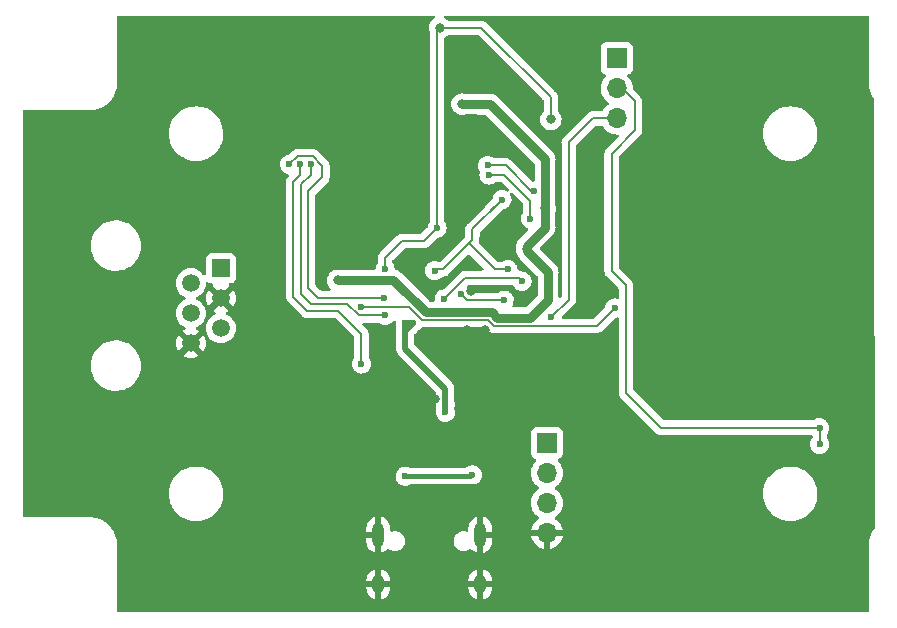
<source format=gbr>
%TF.GenerationSoftware,KiCad,Pcbnew,5.99.0-unknown-4e273827f0~131~ubuntu20.04.1*%
%TF.CreationDate,2021-08-17T12:46:55+02:00*%
%TF.ProjectId,CDEM,4344454d-2e6b-4696-9361-645f70636258,rev?*%
%TF.SameCoordinates,Original*%
%TF.FileFunction,Copper,L2,Bot*%
%TF.FilePolarity,Positive*%
%FSLAX46Y46*%
G04 Gerber Fmt 4.6, Leading zero omitted, Abs format (unit mm)*
G04 Created by KiCad (PCBNEW 5.99.0-unknown-4e273827f0~131~ubuntu20.04.1) date 2021-08-17 12:46:55*
%MOMM*%
%LPD*%
G01*
G04 APERTURE LIST*
%TA.AperFunction,ComponentPad*%
%ADD10O,1.000000X1.600000*%
%TD*%
%TA.AperFunction,ComponentPad*%
%ADD11O,1.000000X2.100000*%
%TD*%
%TA.AperFunction,ComponentPad*%
%ADD12R,1.700000X1.700000*%
%TD*%
%TA.AperFunction,ComponentPad*%
%ADD13O,1.700000X1.700000*%
%TD*%
%TA.AperFunction,ComponentPad*%
%ADD14R,1.520000X1.520000*%
%TD*%
%TA.AperFunction,ComponentPad*%
%ADD15C,1.520000*%
%TD*%
%TA.AperFunction,ViaPad*%
%ADD16C,0.600000*%
%TD*%
%TA.AperFunction,ViaPad*%
%ADD17C,0.800000*%
%TD*%
%TA.AperFunction,Conductor*%
%ADD18C,0.500000*%
%TD*%
%TA.AperFunction,Conductor*%
%ADD19C,0.400000*%
%TD*%
%TA.AperFunction,Conductor*%
%ADD20C,0.750000*%
%TD*%
%TA.AperFunction,Conductor*%
%ADD21C,0.200000*%
%TD*%
G04 APERTURE END LIST*
D10*
%TO.P,J1,S1,SHIELD*%
%TO.N,GND*%
X65670000Y-129350000D03*
D11*
X65670000Y-125170000D03*
X57030000Y-125170000D03*
D10*
X57030000Y-129350000D03*
%TD*%
D12*
%TO.P,J3,1,Pin_1*%
%TO.N,+3V3*%
X71300000Y-117400000D03*
D13*
%TO.P,J3,2,Pin_2*%
%TO.N,/SM-USB-TX*%
X71300000Y-119940000D03*
%TO.P,J3,3,Pin_3*%
%TO.N,/USB-RX*%
X71300000Y-122480000D03*
%TO.P,J3,4,Pin_4*%
%TO.N,GND*%
X71300000Y-125020000D03*
%TD*%
D12*
%TO.P,J4,1,Pin_1*%
%TO.N,/SM-DATA*%
X77216000Y-84836000D03*
D13*
%TO.P,J4,2,Pin_2*%
%TO.N,/SM-USB-TX*%
X77216000Y-87376000D03*
%TO.P,J4,3,Pin_3*%
%TO.N,/USB-TX*%
X77216000Y-89916000D03*
%TD*%
D14*
%TO.P,J2,1*%
%TO.N,VCC*%
X43700000Y-102600000D03*
D15*
%TO.P,J2,2*%
%TO.N,/SM-DATA-REQ*%
X41160000Y-103870000D03*
%TO.P,J2,3*%
%TO.N,GND*%
X43700000Y-105140000D03*
%TO.P,J2,4*%
%TO.N,unconnected-(J2-Pad4)*%
X41160000Y-106410000D03*
%TO.P,J2,5*%
%TO.N,/SM-DATA-ORIGINAL*%
X43700000Y-107680000D03*
%TO.P,J2,6*%
%TO.N,GND*%
X41160000Y-108950000D03*
%TD*%
D16*
%TO.N,GND*%
X76835000Y-109016800D03*
X71755000Y-100584000D03*
D17*
X80200000Y-100600000D03*
D16*
X92659200Y-103632000D03*
X57962800Y-117297200D03*
X78841600Y-116103400D03*
X98100000Y-100300000D03*
X55067200Y-120269000D03*
X75100000Y-104900000D03*
D17*
X66100000Y-109400000D03*
D16*
X97700000Y-130900000D03*
D17*
X64500000Y-107800000D03*
D16*
X80568800Y-104876600D03*
X60900000Y-114000000D03*
X62400000Y-101600000D03*
X27600000Y-122700000D03*
X72300000Y-93200000D03*
D17*
X66100000Y-107800000D03*
D16*
X50190400Y-89154000D03*
X47500000Y-94400000D03*
X70916800Y-108432600D03*
X53543200Y-102082600D03*
X57500000Y-85300000D03*
X41500000Y-81800000D03*
X56200000Y-82000000D03*
X82600000Y-82100000D03*
X74168000Y-99060000D03*
X67868800Y-87122000D03*
X63220600Y-98171000D03*
X84988400Y-106883200D03*
X34700000Y-88400000D03*
X69570600Y-108432600D03*
X66800000Y-113800000D03*
D17*
X64900000Y-104500000D03*
D16*
X69300000Y-113500000D03*
D17*
X77900000Y-100400000D03*
X80350000Y-113050000D03*
D16*
X53568600Y-100609400D03*
X98300000Y-119500000D03*
X53441600Y-94183200D03*
X68707000Y-105638600D03*
X84800000Y-95200000D03*
X93319600Y-117678200D03*
X56540400Y-88011000D03*
X64900000Y-92700000D03*
X76600000Y-131200000D03*
X52552600Y-110617000D03*
D17*
X64500000Y-109400000D03*
D16*
X98300000Y-91200000D03*
X71400000Y-81900000D03*
D17*
X79300000Y-100600000D03*
D16*
X35700000Y-131200000D03*
X98100000Y-103800000D03*
X52552600Y-109677200D03*
X27400000Y-94100000D03*
X78900000Y-108700000D03*
X52552600Y-111607600D03*
X52552600Y-112699800D03*
X57200000Y-111100000D03*
X27300000Y-89900000D03*
X46500000Y-98000000D03*
X93300000Y-82300000D03*
X51130200Y-116306600D03*
X27600000Y-113400000D03*
D17*
X79100000Y-111800000D03*
X79750000Y-112450000D03*
D16*
X58000000Y-99400000D03*
X98100000Y-111200000D03*
X73939400Y-111252000D03*
D17*
X65300000Y-108700000D03*
D16*
X85000000Y-108700000D03*
X46200000Y-83100000D03*
X41600000Y-131100000D03*
D17*
X59350000Y-112160050D03*
D16*
X35500000Y-81900000D03*
X88300000Y-131000000D03*
X46710600Y-103047800D03*
X98100000Y-107100000D03*
X98300000Y-88200000D03*
X72300000Y-95100000D03*
X49657000Y-106553000D03*
X50200000Y-131200000D03*
X48615600Y-103047800D03*
X98400000Y-123200000D03*
X69200000Y-93800000D03*
X63703200Y-100203000D03*
X84700000Y-93200000D03*
X53900000Y-97700000D03*
X35500000Y-123500000D03*
X27700000Y-104300000D03*
X92506800Y-111048800D03*
X74168000Y-106426000D03*
X65800000Y-100200000D03*
X95800000Y-96100000D03*
X63042800Y-94335600D03*
X87100000Y-117800000D03*
X46482000Y-114274600D03*
X98400000Y-95100000D03*
D17*
X61800000Y-113700000D03*
D16*
X98300000Y-116400000D03*
%TO.N,VBUS*%
X62700000Y-114800000D03*
X62700000Y-114100000D03*
X60000000Y-107200000D03*
X59300000Y-107200000D03*
D17*
%TO.N,+3V3*%
X53594000Y-103632000D03*
X69600000Y-101000000D03*
D16*
X59300000Y-120200000D03*
D17*
X71156401Y-97524999D03*
X64108000Y-88698000D03*
D16*
X65000000Y-120100000D03*
%TO.N,/GPIO0*%
X67495736Y-96800000D03*
X61800000Y-102800000D03*
X68000000Y-102700000D03*
%TO.N,Net-(D3-Pad2)*%
X51300000Y-93800000D03*
X57600000Y-106600000D03*
%TO.N,Net-(D4-Pad2)*%
X57500000Y-105100000D03*
X49500000Y-93800000D03*
%TO.N,Net-(D5-Pad2)*%
X55600000Y-110700000D03*
X50400000Y-93800000D03*
%TO.N,/LED-COMM*%
X66300000Y-93900000D03*
X70205600Y-96088200D03*
%TO.N,/SM-DATA-REQ*%
X55600000Y-105900000D03*
X77038200Y-105968800D03*
%TO.N,Net-(R3-Pad2)*%
X62600000Y-105200000D03*
X69200000Y-103700000D03*
%TO.N,/RESET*%
X62000000Y-99200000D03*
D17*
X62230000Y-82245200D03*
X71628000Y-89992200D03*
D16*
X57600000Y-102700000D03*
%TO.N,/SM-USB-TX*%
X94386400Y-116103400D03*
X94400000Y-117500000D03*
%TO.N,/USB-TX*%
X71678800Y-106730800D03*
%TO.N,/LED-DATA*%
X69900000Y-98400000D03*
X66400000Y-94700000D03*
%TO.N,/RTS*%
X67700000Y-105300000D03*
X64000000Y-104800000D03*
%TD*%
D18*
%TO.N,VBUS*%
X60000000Y-107200000D02*
X59300000Y-107200000D01*
X59300000Y-107200000D02*
X59300000Y-108000000D01*
X60000000Y-107200000D02*
X59300000Y-107900000D01*
X59300000Y-108000000D02*
X59300000Y-109400000D01*
X59300000Y-107900000D02*
X59300000Y-108000000D01*
X59300000Y-109400000D02*
X62700000Y-112800000D01*
X62700000Y-112800000D02*
X62700000Y-114800000D01*
D19*
%TO.N,+3V3*%
X64800000Y-120200000D02*
X64900000Y-120100000D01*
D20*
X65408000Y-88698000D02*
X64108000Y-88698000D01*
X53594000Y-103632000D02*
X53626000Y-103600000D01*
X69600000Y-101100000D02*
X69600000Y-100700000D01*
D19*
X64900000Y-120100000D02*
X65000000Y-120100000D01*
D20*
X58300000Y-103600000D02*
X61024990Y-106324990D01*
X61024990Y-106324990D02*
X66615601Y-106324991D01*
X71400000Y-102900000D02*
X69600000Y-101100000D01*
X69600000Y-100700000D02*
X71145400Y-99154600D01*
X66615601Y-106324991D02*
X67090610Y-106800000D01*
X65410000Y-88700000D02*
X65408000Y-88698000D01*
X66500000Y-88700000D02*
X65410000Y-88700000D01*
X71145400Y-93345400D02*
X66500000Y-88700000D01*
X71400000Y-105300000D02*
X71400000Y-102900000D01*
X69900000Y-106800000D02*
X71400000Y-105300000D01*
X53626000Y-103600000D02*
X58300000Y-103600000D01*
X71145400Y-99154600D02*
X71145400Y-93345400D01*
D19*
X59300000Y-120200000D02*
X64800000Y-120200000D01*
D20*
X67090610Y-106800000D02*
X69900000Y-106800000D01*
D21*
%TO.N,/GPIO0*%
X65000000Y-99300000D02*
X65000000Y-100200000D01*
X62500000Y-102700000D02*
X61900000Y-102700000D01*
X67495736Y-96804264D02*
X65000000Y-99300000D01*
X66500000Y-97795736D02*
X67495736Y-96800000D01*
X65000000Y-100200000D02*
X62500000Y-102700000D01*
X66900000Y-102700000D02*
X64700000Y-100500000D01*
X67495736Y-96800000D02*
X67495736Y-96804264D01*
X68000000Y-102700000D02*
X66900000Y-102700000D01*
X61900000Y-102700000D02*
X61800000Y-102800000D01*
%TO.N,Net-(D3-Pad2)*%
X54411998Y-105600000D02*
X51300000Y-105600000D01*
X57600000Y-106600000D02*
X55411998Y-106600000D01*
X50500000Y-104800000D02*
X50500000Y-95500000D01*
X55411998Y-106600000D02*
X54411998Y-105600000D01*
X51300000Y-105600000D02*
X50500000Y-104800000D01*
X50500000Y-95500000D02*
X51300000Y-94700000D01*
X51300000Y-94700000D02*
X51300000Y-93900000D01*
%TO.N,Net-(D4-Pad2)*%
X57500000Y-105100000D02*
X51900000Y-105100000D01*
X51099999Y-96100001D02*
X52300000Y-94900000D01*
X50200000Y-93100000D02*
X49500000Y-93800000D01*
X51900000Y-105100000D02*
X51099999Y-104299999D01*
X51465699Y-93100000D02*
X50200000Y-93100000D01*
X52300000Y-94900000D02*
X52300000Y-93934301D01*
X51099999Y-104299999D02*
X51099999Y-96100001D01*
X52300000Y-93934301D02*
X51465699Y-93100000D01*
%TO.N,Net-(D5-Pad2)*%
X55600000Y-110700000D02*
X55600000Y-108163998D01*
X49800000Y-105000000D02*
X49800000Y-95300000D01*
X55600000Y-108163998D02*
X53636002Y-106200000D01*
X53636002Y-106200000D02*
X51000000Y-106200000D01*
X49800000Y-95300000D02*
X50300000Y-94800000D01*
X50400000Y-94700000D02*
X50300000Y-94800000D01*
X50400000Y-93800000D02*
X50400000Y-94700000D01*
X51000000Y-106200000D02*
X49800000Y-105000000D01*
%TO.N,/LED-COMM*%
X67800000Y-93900000D02*
X66300000Y-93900000D01*
X69988200Y-96088200D02*
X67800000Y-93900000D01*
X70205600Y-96088200D02*
X69988200Y-96088200D01*
%TO.N,/SM-DATA-REQ*%
X75507000Y-107500000D02*
X66800001Y-107500000D01*
X66800001Y-107463999D02*
X66336002Y-107000000D01*
X60688002Y-107000000D02*
X59588002Y-105900000D01*
X59588002Y-105900000D02*
X55600000Y-105900000D01*
X66800001Y-107500000D02*
X66800001Y-107463999D01*
X66336002Y-107000000D02*
X60688002Y-107000000D01*
X77038200Y-105968800D02*
X75507000Y-107500000D01*
%TO.N,Net-(R3-Pad2)*%
X69200000Y-103700000D02*
X68900000Y-103400000D01*
X68900000Y-103400000D02*
X64400000Y-103400000D01*
X64400000Y-103400000D02*
X62600000Y-105200000D01*
%TO.N,/RESET*%
X59000000Y-100300000D02*
X60900000Y-100300000D01*
X57600000Y-101700000D02*
X59000000Y-100300000D01*
X71628000Y-88112600D02*
X65760600Y-82245200D01*
X65760600Y-82245200D02*
X62230000Y-82245200D01*
X71628000Y-89992200D02*
X71628000Y-88112600D01*
X62000000Y-99200000D02*
X62000000Y-82475200D01*
X60900000Y-100300000D02*
X62000000Y-99200000D01*
X57600000Y-102700000D02*
X57600000Y-101700000D01*
X62000000Y-82475200D02*
X62230000Y-82245200D01*
%TO.N,/SM-USB-TX*%
X94386400Y-116103400D02*
X94382511Y-116099511D01*
X78765400Y-90932000D02*
X78765400Y-88468200D01*
X78765400Y-88468200D02*
X77673200Y-87376000D01*
X80945911Y-116099511D02*
X78003400Y-113157000D01*
X94400000Y-117500000D02*
X94400000Y-116117000D01*
X94400000Y-116117000D02*
X94386400Y-116103400D01*
X76784200Y-92913200D02*
X78765400Y-90932000D01*
X78003400Y-104038400D02*
X76784200Y-102819200D01*
X76784200Y-102819200D02*
X76784200Y-92913200D01*
X94382511Y-116099511D02*
X80945911Y-116099511D01*
X78003400Y-113157000D02*
X78003400Y-104038400D01*
X77673200Y-87376000D02*
X77216000Y-87376000D01*
%TO.N,/USB-TX*%
X73152000Y-91948000D02*
X75184000Y-89916000D01*
X75184000Y-89916000D02*
X77216000Y-89916000D01*
X73152000Y-105257600D02*
X73152000Y-91948000D01*
X71678800Y-106730800D02*
X73152000Y-105257600D01*
%TO.N,/LED-DATA*%
X67711998Y-94700000D02*
X66400000Y-94700000D01*
X69900000Y-96888002D02*
X67711998Y-94700000D01*
X69900000Y-98400000D02*
X69900000Y-96888002D01*
%TO.N,/RTS*%
X67700000Y-105300000D02*
X64500000Y-105300000D01*
X64500000Y-105300000D02*
X64000000Y-104800000D01*
%TD*%
%TA.AperFunction,Conductor*%
%TO.N,GND*%
G36*
X61801294Y-81228002D02*
G01*
X61847787Y-81281658D01*
X61857891Y-81351932D01*
X61828397Y-81416512D01*
X61784422Y-81449107D01*
X61779278Y-81451397D01*
X61779276Y-81451398D01*
X61773248Y-81454082D01*
X61618747Y-81566334D01*
X61490960Y-81708256D01*
X61395473Y-81873644D01*
X61336458Y-82055272D01*
X61316496Y-82245200D01*
X61336458Y-82435128D01*
X61385333Y-82585548D01*
X61391500Y-82624485D01*
X61391500Y-98615164D01*
X61371498Y-98683285D01*
X61370188Y-98685090D01*
X61369493Y-98685771D01*
X61367894Y-98688253D01*
X61367892Y-98688255D01*
X61300295Y-98793146D01*
X61271235Y-98838238D01*
X61268826Y-98844858D01*
X61268824Y-98844861D01*
X61217246Y-98986571D01*
X61209197Y-99008685D01*
X61208314Y-99015675D01*
X61197025Y-99105034D01*
X61168643Y-99170111D01*
X61161114Y-99178337D01*
X60684856Y-99654595D01*
X60622544Y-99688621D01*
X60595761Y-99691500D01*
X59048136Y-99691500D01*
X59031693Y-99690422D01*
X59000000Y-99686250D01*
X58991811Y-99687328D01*
X58960126Y-99691499D01*
X58960117Y-99691500D01*
X58960115Y-99691500D01*
X58960109Y-99691501D01*
X58960107Y-99691501D01*
X58860543Y-99704609D01*
X58849336Y-99706084D01*
X58849334Y-99706085D01*
X58841149Y-99707162D01*
X58693124Y-99768476D01*
X58597928Y-99841523D01*
X58597925Y-99841526D01*
X58566013Y-99866013D01*
X58560983Y-99872568D01*
X58546548Y-99891379D01*
X58535681Y-99903770D01*
X57203766Y-101235685D01*
X57191375Y-101246552D01*
X57166013Y-101266013D01*
X57141526Y-101297925D01*
X57141523Y-101297928D01*
X57141517Y-101297936D01*
X57073764Y-101386233D01*
X57068476Y-101393124D01*
X57008904Y-101536944D01*
X57007162Y-101541150D01*
X56991500Y-101660115D01*
X56991500Y-101660120D01*
X56986250Y-101700000D01*
X56987328Y-101708188D01*
X56990422Y-101731690D01*
X56991500Y-101748136D01*
X56991500Y-102115164D01*
X56971498Y-102183285D01*
X56970188Y-102185090D01*
X56969493Y-102185771D01*
X56967894Y-102188253D01*
X56967892Y-102188255D01*
X56902848Y-102289184D01*
X56871235Y-102338238D01*
X56868826Y-102344858D01*
X56868824Y-102344861D01*
X56826603Y-102460863D01*
X56809197Y-102508685D01*
X56808314Y-102515675D01*
X56796866Y-102606292D01*
X56768484Y-102671369D01*
X56709424Y-102710770D01*
X56671860Y-102716500D01*
X53705457Y-102716500D01*
X53685745Y-102714949D01*
X53679008Y-102713882D01*
X53679009Y-102713882D01*
X53672493Y-102712850D01*
X53665906Y-102713195D01*
X53665902Y-102713195D01*
X53606150Y-102716327D01*
X53599555Y-102716500D01*
X53579694Y-102716500D01*
X53559931Y-102718577D01*
X53553372Y-102719093D01*
X53537573Y-102719921D01*
X53493623Y-102722224D01*
X53493619Y-102722225D01*
X53487029Y-102722570D01*
X53474071Y-102726042D01*
X53454628Y-102729645D01*
X53447870Y-102730355D01*
X53447867Y-102730356D01*
X53441298Y-102731046D01*
X53435015Y-102733088D01*
X53435008Y-102733089D01*
X53406502Y-102742351D01*
X53393764Y-102745765D01*
X53318169Y-102761833D01*
X53318164Y-102761835D01*
X53311712Y-102763206D01*
X53305682Y-102765891D01*
X53305681Y-102765891D01*
X53143278Y-102838197D01*
X53143276Y-102838198D01*
X53137248Y-102840882D01*
X53131907Y-102844762D01*
X53131906Y-102844763D01*
X53091936Y-102873803D01*
X52982747Y-102953134D01*
X52978326Y-102958044D01*
X52978325Y-102958045D01*
X52876697Y-103070915D01*
X52854960Y-103095056D01*
X52828277Y-103141273D01*
X52774346Y-103234684D01*
X52759473Y-103260444D01*
X52700458Y-103442072D01*
X52699768Y-103448633D01*
X52699768Y-103448635D01*
X52691559Y-103526744D01*
X52680496Y-103632000D01*
X52681186Y-103638565D01*
X52698070Y-103799204D01*
X52700458Y-103821928D01*
X52759473Y-104003556D01*
X52762776Y-104009278D01*
X52762777Y-104009279D01*
X52774863Y-104030212D01*
X52854960Y-104168944D01*
X52956028Y-104281192D01*
X52986744Y-104345197D01*
X52977980Y-104415651D01*
X52932518Y-104470182D01*
X52862391Y-104491500D01*
X52204239Y-104491500D01*
X52136118Y-104471498D01*
X52115144Y-104454595D01*
X51745404Y-104084855D01*
X51711378Y-104022543D01*
X51708499Y-103995760D01*
X51708499Y-96404240D01*
X51728501Y-96336119D01*
X51745404Y-96315145D01*
X52696234Y-95364315D01*
X52708625Y-95353448D01*
X52727437Y-95339013D01*
X52733987Y-95333987D01*
X52758474Y-95302075D01*
X52758478Y-95302071D01*
X52831524Y-95206876D01*
X52892838Y-95058851D01*
X52913751Y-94900000D01*
X52909578Y-94868301D01*
X52908500Y-94851856D01*
X52908500Y-93982437D01*
X52909578Y-93965991D01*
X52912672Y-93942489D01*
X52913750Y-93934301D01*
X52908500Y-93894421D01*
X52908500Y-93894416D01*
X52892838Y-93775451D01*
X52887908Y-93763547D01*
X52837209Y-93641150D01*
X52834684Y-93635055D01*
X52831524Y-93627425D01*
X52758478Y-93532230D01*
X52758474Y-93532226D01*
X52743685Y-93512952D01*
X52739016Y-93506867D01*
X52739013Y-93506864D01*
X52733987Y-93500314D01*
X52724669Y-93493164D01*
X52708621Y-93480849D01*
X52696230Y-93469982D01*
X51930014Y-92703766D01*
X51919147Y-92691375D01*
X51904712Y-92672563D01*
X51899686Y-92666013D01*
X51867774Y-92641526D01*
X51867771Y-92641523D01*
X51813359Y-92599771D01*
X51779128Y-92573504D01*
X51779126Y-92573503D01*
X51772575Y-92568476D01*
X51624550Y-92507162D01*
X51616363Y-92506084D01*
X51616362Y-92506084D01*
X51605157Y-92504609D01*
X51573961Y-92500502D01*
X51505584Y-92491500D01*
X51505581Y-92491500D01*
X51505573Y-92491499D01*
X51473888Y-92487328D01*
X51465699Y-92486250D01*
X51434006Y-92490422D01*
X51417563Y-92491500D01*
X50248136Y-92491500D01*
X50231690Y-92490422D01*
X50208188Y-92487328D01*
X50200000Y-92486250D01*
X50191812Y-92487328D01*
X50160129Y-92491499D01*
X50160120Y-92491500D01*
X50160115Y-92491500D01*
X50041150Y-92507162D01*
X49893125Y-92568476D01*
X49893123Y-92568477D01*
X49893124Y-92568477D01*
X49797928Y-92641523D01*
X49797925Y-92641526D01*
X49766013Y-92666013D01*
X49760983Y-92672568D01*
X49746548Y-92691379D01*
X49735681Y-92703770D01*
X49478416Y-92961035D01*
X49416104Y-92995061D01*
X49402495Y-92997249D01*
X49380802Y-92999529D01*
X49332296Y-93004627D01*
X49332292Y-93004628D01*
X49325288Y-93005364D01*
X49153579Y-93063818D01*
X49098788Y-93097526D01*
X49005095Y-93155166D01*
X49005092Y-93155168D01*
X48999088Y-93158862D01*
X48994053Y-93163793D01*
X48994050Y-93163795D01*
X48893621Y-93262143D01*
X48869493Y-93285771D01*
X48771235Y-93438238D01*
X48768826Y-93444858D01*
X48768824Y-93444861D01*
X48734838Y-93538238D01*
X48709197Y-93608685D01*
X48686463Y-93788640D01*
X48704163Y-93969160D01*
X48761418Y-94141273D01*
X48765065Y-94147295D01*
X48765066Y-94147297D01*
X48821980Y-94241273D01*
X48855380Y-94296424D01*
X48981382Y-94426902D01*
X48987278Y-94430760D01*
X49106360Y-94508685D01*
X49133159Y-94526222D01*
X49139763Y-94528678D01*
X49139765Y-94528679D01*
X49296558Y-94586990D01*
X49296560Y-94586990D01*
X49303168Y-94589448D01*
X49310153Y-94590380D01*
X49310157Y-94590381D01*
X49338511Y-94594164D01*
X49356472Y-94596560D01*
X49421349Y-94625395D01*
X49460337Y-94684728D01*
X49461059Y-94755721D01*
X49428903Y-94810548D01*
X49403766Y-94835685D01*
X49391375Y-94846552D01*
X49366013Y-94866013D01*
X49341526Y-94897925D01*
X49341523Y-94897928D01*
X49268476Y-94993124D01*
X49210129Y-95133987D01*
X49207162Y-95141150D01*
X49191500Y-95260115D01*
X49191500Y-95260120D01*
X49186250Y-95300000D01*
X49190300Y-95330760D01*
X49190422Y-95331690D01*
X49191500Y-95348136D01*
X49191500Y-104951864D01*
X49190422Y-104968307D01*
X49186250Y-105000000D01*
X49191500Y-105039880D01*
X49191500Y-105039885D01*
X49196831Y-105080372D01*
X49200320Y-105106873D01*
X49200320Y-105106876D01*
X49205942Y-105149580D01*
X49207162Y-105158851D01*
X49268476Y-105306876D01*
X49273503Y-105313427D01*
X49273504Y-105313429D01*
X49341520Y-105402069D01*
X49341526Y-105402075D01*
X49366013Y-105433987D01*
X49372568Y-105439017D01*
X49391379Y-105453452D01*
X49403770Y-105464319D01*
X50535685Y-106596234D01*
X50546552Y-106608625D01*
X50566013Y-106633987D01*
X50597925Y-106658474D01*
X50597928Y-106658477D01*
X50645036Y-106694624D01*
X50693125Y-106731524D01*
X50841150Y-106792838D01*
X50960115Y-106808500D01*
X50960120Y-106808500D01*
X50960129Y-106808501D01*
X50991812Y-106812672D01*
X51000000Y-106813750D01*
X51031693Y-106809578D01*
X51048136Y-106808500D01*
X53331763Y-106808500D01*
X53399884Y-106828502D01*
X53420858Y-106845405D01*
X54954595Y-108379142D01*
X54988621Y-108441454D01*
X54991500Y-108468237D01*
X54991500Y-110115164D01*
X54971498Y-110183285D01*
X54970188Y-110185090D01*
X54969493Y-110185771D01*
X54967894Y-110188253D01*
X54967892Y-110188255D01*
X54912041Y-110274919D01*
X54871235Y-110338238D01*
X54868826Y-110344858D01*
X54868824Y-110344861D01*
X54811606Y-110502066D01*
X54809197Y-110508685D01*
X54786463Y-110688640D01*
X54804163Y-110869160D01*
X54861418Y-111041273D01*
X54865065Y-111047295D01*
X54865066Y-111047297D01*
X54948179Y-111184533D01*
X54955380Y-111196424D01*
X55081382Y-111326902D01*
X55233159Y-111426222D01*
X55239763Y-111428678D01*
X55239765Y-111428679D01*
X55396558Y-111486990D01*
X55396560Y-111486990D01*
X55403168Y-111489448D01*
X55486995Y-111500633D01*
X55575980Y-111512507D01*
X55575984Y-111512507D01*
X55582961Y-111513438D01*
X55589972Y-111512800D01*
X55589976Y-111512800D01*
X55732459Y-111499832D01*
X55763600Y-111496998D01*
X55770302Y-111494820D01*
X55770304Y-111494820D01*
X55929409Y-111443124D01*
X55929412Y-111443123D01*
X55936108Y-111440947D01*
X56091912Y-111348069D01*
X56223266Y-111222982D01*
X56323643Y-111071902D01*
X56388055Y-110902338D01*
X56389464Y-110892311D01*
X56412748Y-110726639D01*
X56412748Y-110726636D01*
X56413299Y-110722717D01*
X56413616Y-110700000D01*
X56393397Y-110519745D01*
X56391080Y-110513091D01*
X56336064Y-110355106D01*
X56336062Y-110355103D01*
X56333745Y-110348448D01*
X56237626Y-110194624D01*
X56235215Y-110192196D01*
X56209117Y-110127716D01*
X56208500Y-110115263D01*
X56208500Y-108212142D01*
X56209578Y-108195696D01*
X56212673Y-108172186D01*
X56213751Y-108163998D01*
X56192838Y-108005147D01*
X56131524Y-107857122D01*
X56058478Y-107761927D01*
X56058474Y-107761923D01*
X56048739Y-107749236D01*
X56039016Y-107736564D01*
X56039013Y-107736561D01*
X56033987Y-107730011D01*
X56017176Y-107717111D01*
X56008621Y-107710546D01*
X55996230Y-107699679D01*
X55720146Y-107423595D01*
X55686120Y-107361283D01*
X55691185Y-107290468D01*
X55733732Y-107233632D01*
X55800252Y-107208821D01*
X55809241Y-107208500D01*
X57015699Y-107208500D01*
X57084692Y-107229068D01*
X57233159Y-107326222D01*
X57239763Y-107328678D01*
X57239765Y-107328679D01*
X57396558Y-107386990D01*
X57396560Y-107386990D01*
X57403168Y-107389448D01*
X57486995Y-107400633D01*
X57575980Y-107412507D01*
X57575984Y-107412507D01*
X57582961Y-107413438D01*
X57589972Y-107412800D01*
X57589976Y-107412800D01*
X57732459Y-107399832D01*
X57763600Y-107396998D01*
X57770302Y-107394820D01*
X57770304Y-107394820D01*
X57929409Y-107343124D01*
X57929412Y-107343123D01*
X57936108Y-107340947D01*
X58091912Y-107248069D01*
X58223266Y-107122982D01*
X58261217Y-107065861D01*
X58315574Y-107020192D01*
X58385994Y-107011160D01*
X58450118Y-107041634D01*
X58487587Y-107101938D01*
X58491170Y-107151382D01*
X58486463Y-107188640D01*
X58504163Y-107369160D01*
X58522271Y-107423595D01*
X58535058Y-107462033D01*
X58541500Y-107501805D01*
X58541500Y-107812059D01*
X58541001Y-107823260D01*
X58540850Y-107824950D01*
X58539360Y-107832115D01*
X58540243Y-107864752D01*
X58541454Y-107909521D01*
X58541500Y-107912928D01*
X58541500Y-109332930D01*
X58540067Y-109351880D01*
X58536801Y-109373349D01*
X58537394Y-109380641D01*
X58537394Y-109380644D01*
X58541085Y-109426018D01*
X58541500Y-109436233D01*
X58541500Y-109444293D01*
X58541925Y-109447937D01*
X58544789Y-109472507D01*
X58545222Y-109476882D01*
X58551140Y-109549637D01*
X58553396Y-109556601D01*
X58554587Y-109562560D01*
X58555971Y-109568415D01*
X58556818Y-109575681D01*
X58581735Y-109644327D01*
X58583152Y-109648455D01*
X58605649Y-109717899D01*
X58609445Y-109724154D01*
X58611951Y-109729628D01*
X58614670Y-109735058D01*
X58617167Y-109741937D01*
X58621180Y-109748057D01*
X58621180Y-109748058D01*
X58657186Y-109802976D01*
X58659523Y-109806680D01*
X58697405Y-109869107D01*
X58701121Y-109873315D01*
X58701122Y-109873316D01*
X58704803Y-109877484D01*
X58704776Y-109877508D01*
X58707429Y-109880500D01*
X58710132Y-109883733D01*
X58714144Y-109889852D01*
X58719456Y-109894884D01*
X58770383Y-109943128D01*
X58772825Y-109945506D01*
X61904595Y-113077276D01*
X61938621Y-113139588D01*
X61941500Y-113166371D01*
X61941500Y-113797717D01*
X61933901Y-113840812D01*
X61909197Y-113908685D01*
X61886463Y-114088640D01*
X61904163Y-114269160D01*
X61906387Y-114275845D01*
X61935058Y-114362033D01*
X61941500Y-114401805D01*
X61941500Y-114497717D01*
X61933901Y-114540812D01*
X61909197Y-114608685D01*
X61886463Y-114788640D01*
X61904163Y-114969160D01*
X61961418Y-115141273D01*
X61965065Y-115147295D01*
X61965066Y-115147297D01*
X62051371Y-115289804D01*
X62055380Y-115296424D01*
X62060269Y-115301487D01*
X62060270Y-115301488D01*
X62068922Y-115310447D01*
X62181382Y-115426902D01*
X62333159Y-115526222D01*
X62339763Y-115528678D01*
X62339765Y-115528679D01*
X62496558Y-115586990D01*
X62496560Y-115586990D01*
X62503168Y-115589448D01*
X62586995Y-115600633D01*
X62675980Y-115612507D01*
X62675984Y-115612507D01*
X62682961Y-115613438D01*
X62689972Y-115612800D01*
X62689976Y-115612800D01*
X62832459Y-115599832D01*
X62863600Y-115596998D01*
X62870302Y-115594820D01*
X62870304Y-115594820D01*
X63029409Y-115543124D01*
X63029412Y-115543123D01*
X63036108Y-115540947D01*
X63168103Y-115462262D01*
X63185860Y-115451677D01*
X63185862Y-115451676D01*
X63191912Y-115448069D01*
X63323266Y-115322982D01*
X63423643Y-115171902D01*
X63488055Y-115002338D01*
X63489035Y-114995366D01*
X63512748Y-114826639D01*
X63512748Y-114826636D01*
X63513299Y-114822717D01*
X63513616Y-114800000D01*
X63493397Y-114619745D01*
X63489546Y-114608685D01*
X63465509Y-114539662D01*
X63458500Y-114498225D01*
X63458500Y-114403267D01*
X63466712Y-114358523D01*
X63485555Y-114308920D01*
X63485556Y-114308918D01*
X63488055Y-114302338D01*
X63513299Y-114122717D01*
X63513616Y-114100000D01*
X63493397Y-113919745D01*
X63489546Y-113908685D01*
X63465509Y-113839662D01*
X63458500Y-113798225D01*
X63458500Y-112867070D01*
X63459933Y-112848120D01*
X63462099Y-112833885D01*
X63462099Y-112833881D01*
X63463199Y-112826651D01*
X63458915Y-112773982D01*
X63458500Y-112763767D01*
X63458500Y-112755707D01*
X63456951Y-112742417D01*
X63455211Y-112727493D01*
X63454778Y-112723118D01*
X63449454Y-112657661D01*
X63449453Y-112657658D01*
X63448860Y-112650363D01*
X63446604Y-112643399D01*
X63445413Y-112637440D01*
X63444029Y-112631585D01*
X63443182Y-112624319D01*
X63418265Y-112555673D01*
X63416848Y-112551545D01*
X63396607Y-112489064D01*
X63396606Y-112489062D01*
X63394351Y-112482101D01*
X63390555Y-112475846D01*
X63388049Y-112470372D01*
X63385330Y-112464942D01*
X63382833Y-112458063D01*
X63378820Y-112451942D01*
X63342814Y-112397024D01*
X63340467Y-112393305D01*
X63338644Y-112390300D01*
X63302595Y-112330893D01*
X63295197Y-112322516D01*
X63295224Y-112322492D01*
X63292571Y-112319500D01*
X63289868Y-112316267D01*
X63285856Y-112310148D01*
X63229617Y-112256872D01*
X63227175Y-112254494D01*
X60095405Y-109122724D01*
X60061379Y-109060412D01*
X60058500Y-109033629D01*
X60058500Y-108266371D01*
X60078502Y-108198250D01*
X60095405Y-108177276D01*
X60314179Y-107958502D01*
X60338753Y-107939370D01*
X60491912Y-107848069D01*
X60623266Y-107722982D01*
X60631529Y-107710546D01*
X60661940Y-107664773D01*
X60716298Y-107619102D01*
X60766888Y-107608500D01*
X66031763Y-107608500D01*
X66099884Y-107628502D01*
X66120858Y-107645405D01*
X66240959Y-107765506D01*
X66259414Y-107793114D01*
X66261186Y-107792091D01*
X66265316Y-107799244D01*
X66268477Y-107806875D01*
X66302005Y-107850569D01*
X66360985Y-107927434D01*
X66360988Y-107927437D01*
X66366014Y-107933987D01*
X66372564Y-107939013D01*
X66372565Y-107939014D01*
X66397962Y-107958502D01*
X66493125Y-108031524D01*
X66500751Y-108034683D01*
X66500753Y-108034684D01*
X66633521Y-108089678D01*
X66633524Y-108089679D01*
X66641151Y-108092838D01*
X66800001Y-108113751D01*
X66808189Y-108112673D01*
X66831698Y-108109578D01*
X66848144Y-108108500D01*
X75458864Y-108108500D01*
X75475307Y-108109578D01*
X75507000Y-108113750D01*
X75515189Y-108112672D01*
X75546874Y-108108501D01*
X75546884Y-108108500D01*
X75546885Y-108108500D01*
X75646457Y-108095391D01*
X75657664Y-108093916D01*
X75657666Y-108093915D01*
X75665851Y-108092838D01*
X75813876Y-108031524D01*
X75837581Y-108013335D01*
X75909072Y-107958477D01*
X75909075Y-107958474D01*
X75929173Y-107943052D01*
X75940987Y-107933987D01*
X75946017Y-107927432D01*
X75960452Y-107908621D01*
X75971319Y-107896230D01*
X77059482Y-106808067D01*
X77121794Y-106774041D01*
X77137155Y-106771681D01*
X77201800Y-106765798D01*
X77208502Y-106763620D01*
X77208504Y-106763620D01*
X77229964Y-106756647D01*
X77300932Y-106754620D01*
X77361729Y-106791282D01*
X77393055Y-106854994D01*
X77394900Y-106876480D01*
X77394900Y-113108864D01*
X77393822Y-113125307D01*
X77389650Y-113157000D01*
X77394900Y-113196880D01*
X77394900Y-113196885D01*
X77406685Y-113286404D01*
X77410562Y-113315851D01*
X77471876Y-113463876D01*
X77476903Y-113470427D01*
X77476904Y-113470429D01*
X77544920Y-113559069D01*
X77544926Y-113559075D01*
X77569413Y-113590987D01*
X77575968Y-113596017D01*
X77594779Y-113610452D01*
X77607170Y-113621319D01*
X80481592Y-116495740D01*
X80492459Y-116508131D01*
X80506895Y-116526945D01*
X80506898Y-116526948D01*
X80511924Y-116533498D01*
X80518474Y-116538524D01*
X80518478Y-116538528D01*
X80543838Y-116557987D01*
X80543840Y-116557988D01*
X80639035Y-116631035D01*
X80646661Y-116634194D01*
X80646663Y-116634195D01*
X80713048Y-116661692D01*
X80787060Y-116692349D01*
X80795247Y-116693427D01*
X80795248Y-116693427D01*
X80806453Y-116694902D01*
X80837649Y-116699009D01*
X80906026Y-116708011D01*
X80906029Y-116708011D01*
X80906037Y-116708012D01*
X80937722Y-116712183D01*
X80945911Y-116713261D01*
X80977604Y-116709089D01*
X80994047Y-116708011D01*
X93665500Y-116708011D01*
X93733621Y-116728013D01*
X93780114Y-116781669D01*
X93791500Y-116834011D01*
X93791500Y-116915164D01*
X93771498Y-116983285D01*
X93770188Y-116985090D01*
X93769493Y-116985771D01*
X93767894Y-116988253D01*
X93767892Y-116988255D01*
X93759934Y-117000603D01*
X93671235Y-117138238D01*
X93668826Y-117144858D01*
X93668824Y-117144861D01*
X93611606Y-117302066D01*
X93609197Y-117308685D01*
X93586463Y-117488640D01*
X93604163Y-117669160D01*
X93661418Y-117841273D01*
X93665065Y-117847295D01*
X93665066Y-117847297D01*
X93675978Y-117865314D01*
X93755380Y-117996424D01*
X93881382Y-118126902D01*
X94033159Y-118226222D01*
X94039763Y-118228678D01*
X94039765Y-118228679D01*
X94196558Y-118286990D01*
X94196560Y-118286990D01*
X94203168Y-118289448D01*
X94286995Y-118300633D01*
X94375980Y-118312507D01*
X94375984Y-118312507D01*
X94382961Y-118313438D01*
X94389972Y-118312800D01*
X94389976Y-118312800D01*
X94532459Y-118299832D01*
X94563600Y-118296998D01*
X94570302Y-118294820D01*
X94570304Y-118294820D01*
X94729409Y-118243124D01*
X94729412Y-118243123D01*
X94736108Y-118240947D01*
X94891912Y-118148069D01*
X95023266Y-118022982D01*
X95123643Y-117871902D01*
X95188055Y-117702338D01*
X95189035Y-117695366D01*
X95212748Y-117526639D01*
X95212748Y-117526636D01*
X95213299Y-117522717D01*
X95213616Y-117500000D01*
X95193397Y-117319745D01*
X95191080Y-117313091D01*
X95136064Y-117155106D01*
X95136062Y-117155103D01*
X95133745Y-117148448D01*
X95037626Y-116994624D01*
X95035215Y-116992196D01*
X95009117Y-116927716D01*
X95008500Y-116915263D01*
X95008500Y-116666178D01*
X95029552Y-116596451D01*
X95071378Y-116533498D01*
X95110043Y-116475302D01*
X95174455Y-116305738D01*
X95191179Y-116186739D01*
X95199148Y-116130039D01*
X95199148Y-116130036D01*
X95199699Y-116126117D01*
X95200016Y-116103400D01*
X95179797Y-115923145D01*
X95120145Y-115751848D01*
X95024026Y-115598024D01*
X94963764Y-115537340D01*
X94901178Y-115474315D01*
X94901174Y-115474312D01*
X94896215Y-115469318D01*
X94888310Y-115464301D01*
X94821392Y-115421834D01*
X94743066Y-115372127D01*
X94713863Y-115361728D01*
X94578825Y-115313643D01*
X94578820Y-115313642D01*
X94572190Y-115311281D01*
X94565202Y-115310448D01*
X94565199Y-115310447D01*
X94442098Y-115295768D01*
X94392080Y-115289804D01*
X94385077Y-115290540D01*
X94385076Y-115290540D01*
X94218688Y-115308028D01*
X94218686Y-115308029D01*
X94211688Y-115308764D01*
X94039979Y-115367218D01*
X93885488Y-115462262D01*
X93882896Y-115464800D01*
X93818160Y-115490478D01*
X93806582Y-115491011D01*
X81250149Y-115491011D01*
X81182028Y-115471009D01*
X81161054Y-115454106D01*
X78648805Y-112941856D01*
X78614779Y-112879544D01*
X78611900Y-112852761D01*
X78611900Y-104086536D01*
X78612978Y-104070090D01*
X78616072Y-104046588D01*
X78617150Y-104038400D01*
X78611900Y-103998522D01*
X78611900Y-103998515D01*
X78596238Y-103879550D01*
X78592283Y-103870000D01*
X78540380Y-103744696D01*
X78538084Y-103739154D01*
X78534924Y-103731524D01*
X78525128Y-103718757D01*
X78467435Y-103643571D01*
X78461877Y-103636328D01*
X78461874Y-103636325D01*
X78437387Y-103604413D01*
X78429417Y-103598297D01*
X78412021Y-103584948D01*
X78399630Y-103574081D01*
X77429605Y-102604056D01*
X77395579Y-102541744D01*
X77392700Y-102514961D01*
X77392700Y-93217439D01*
X77412702Y-93149318D01*
X77429605Y-93128344D01*
X79161629Y-91396320D01*
X79174018Y-91385454D01*
X79192835Y-91371015D01*
X79192836Y-91371014D01*
X79199387Y-91365987D01*
X79204413Y-91359437D01*
X79204416Y-91359434D01*
X79267092Y-91277753D01*
X79291896Y-91245429D01*
X79291897Y-91245427D01*
X79296924Y-91238876D01*
X79313027Y-91200000D01*
X89587048Y-91200000D01*
X89587318Y-91204119D01*
X89606195Y-91492118D01*
X89606836Y-91501901D01*
X89607640Y-91505941D01*
X89607640Y-91505944D01*
X89662456Y-91781521D01*
X89665860Y-91798636D01*
X89667185Y-91802540D01*
X89667186Y-91802543D01*
X89730100Y-91987880D01*
X89763111Y-92085128D01*
X89896925Y-92356476D01*
X89899219Y-92359909D01*
X90059490Y-92599771D01*
X90065012Y-92608036D01*
X90264496Y-92835504D01*
X90491964Y-93034988D01*
X90495390Y-93037277D01*
X90495395Y-93037281D01*
X90597289Y-93105364D01*
X90743524Y-93203075D01*
X90747223Y-93204899D01*
X90747228Y-93204902D01*
X90772651Y-93217439D01*
X91014872Y-93336889D01*
X91018777Y-93338214D01*
X91018778Y-93338215D01*
X91297457Y-93432814D01*
X91297460Y-93432815D01*
X91301364Y-93434140D01*
X91305403Y-93434943D01*
X91305409Y-93434945D01*
X91594056Y-93492360D01*
X91594059Y-93492360D01*
X91598099Y-93493164D01*
X91602210Y-93493433D01*
X91602214Y-93493434D01*
X91895881Y-93512682D01*
X91900000Y-93512952D01*
X91904119Y-93512682D01*
X92197786Y-93493434D01*
X92197790Y-93493433D01*
X92201901Y-93493164D01*
X92205941Y-93492360D01*
X92205944Y-93492360D01*
X92494591Y-93434945D01*
X92494597Y-93434943D01*
X92498636Y-93434140D01*
X92502540Y-93432815D01*
X92502543Y-93432814D01*
X92781222Y-93338215D01*
X92781223Y-93338214D01*
X92785128Y-93336889D01*
X93027349Y-93217439D01*
X93052772Y-93204902D01*
X93052777Y-93204899D01*
X93056476Y-93203075D01*
X93202711Y-93105364D01*
X93304605Y-93037281D01*
X93304610Y-93037277D01*
X93308036Y-93034988D01*
X93535504Y-92835504D01*
X93734988Y-92608036D01*
X93740511Y-92599771D01*
X93900781Y-92359909D01*
X93903075Y-92356476D01*
X94036889Y-92085128D01*
X94069900Y-91987880D01*
X94132814Y-91802543D01*
X94132815Y-91802540D01*
X94134140Y-91798636D01*
X94137545Y-91781521D01*
X94192360Y-91505944D01*
X94192360Y-91505941D01*
X94193164Y-91501901D01*
X94193806Y-91492118D01*
X94212682Y-91204119D01*
X94212952Y-91200000D01*
X94198247Y-90975647D01*
X94193434Y-90902214D01*
X94193433Y-90902210D01*
X94193164Y-90898099D01*
X94192360Y-90894056D01*
X94134945Y-90605409D01*
X94134943Y-90605403D01*
X94134140Y-90601364D01*
X94128472Y-90584665D01*
X94038215Y-90318778D01*
X94038214Y-90318777D01*
X94036889Y-90314872D01*
X93903075Y-90043524D01*
X93734988Y-89791964D01*
X93535504Y-89564496D01*
X93308036Y-89365012D01*
X93304610Y-89362723D01*
X93304605Y-89362719D01*
X93080640Y-89213071D01*
X93056476Y-89196925D01*
X93052777Y-89195101D01*
X93052772Y-89195098D01*
X92791509Y-89066258D01*
X92785128Y-89063111D01*
X92709330Y-89037381D01*
X92502543Y-88967186D01*
X92502540Y-88967185D01*
X92498636Y-88965860D01*
X92494597Y-88965057D01*
X92494591Y-88965055D01*
X92205944Y-88907640D01*
X92205941Y-88907640D01*
X92201901Y-88906836D01*
X92197790Y-88906567D01*
X92197786Y-88906566D01*
X91904119Y-88887318D01*
X91900000Y-88887048D01*
X91895881Y-88887318D01*
X91602214Y-88906566D01*
X91602210Y-88906567D01*
X91598099Y-88906836D01*
X91594059Y-88907640D01*
X91594056Y-88907640D01*
X91305409Y-88965055D01*
X91305403Y-88965057D01*
X91301364Y-88965860D01*
X91297460Y-88967185D01*
X91297457Y-88967186D01*
X91090670Y-89037381D01*
X91014872Y-89063111D01*
X91008491Y-89066258D01*
X90747228Y-89195098D01*
X90747223Y-89195101D01*
X90743524Y-89196925D01*
X90719360Y-89213071D01*
X90495395Y-89362719D01*
X90495390Y-89362723D01*
X90491964Y-89365012D01*
X90264496Y-89564496D01*
X90065012Y-89791964D01*
X89896925Y-90043524D01*
X89763111Y-90314872D01*
X89761786Y-90318777D01*
X89761785Y-90318778D01*
X89671529Y-90584665D01*
X89665860Y-90601364D01*
X89665057Y-90605403D01*
X89665055Y-90605409D01*
X89607640Y-90894056D01*
X89606836Y-90898099D01*
X89606567Y-90902210D01*
X89606566Y-90902214D01*
X89601753Y-90975647D01*
X89587048Y-91200000D01*
X79313027Y-91200000D01*
X79358238Y-91090851D01*
X79360791Y-91071457D01*
X79365559Y-91035242D01*
X79373900Y-90971886D01*
X79373900Y-90971880D01*
X79378072Y-90940189D01*
X79379150Y-90932000D01*
X79374978Y-90900307D01*
X79373900Y-90883864D01*
X79373900Y-88516336D01*
X79374978Y-88499890D01*
X79378072Y-88476388D01*
X79379150Y-88468200D01*
X79373900Y-88428320D01*
X79373900Y-88428315D01*
X79368863Y-88390056D01*
X79360291Y-88324941D01*
X79360290Y-88324939D01*
X79358238Y-88309350D01*
X79358238Y-88309349D01*
X79296924Y-88161324D01*
X79290143Y-88152486D01*
X79223883Y-88066136D01*
X79223877Y-88066128D01*
X79223874Y-88066125D01*
X79199387Y-88034213D01*
X79192832Y-88029183D01*
X79174021Y-88014748D01*
X79161630Y-88003881D01*
X78615729Y-87457980D01*
X78581703Y-87395668D01*
X78579302Y-87375988D01*
X78579156Y-87376000D01*
X78566858Y-87226411D01*
X78560852Y-87153361D01*
X78506431Y-86936702D01*
X78417354Y-86731840D01*
X78296014Y-86544277D01*
X78292532Y-86540450D01*
X78148798Y-86382488D01*
X78117746Y-86318642D01*
X78126141Y-86248143D01*
X78171317Y-86193375D01*
X78197761Y-86179706D01*
X78304297Y-86139767D01*
X78312705Y-86136615D01*
X78429261Y-86049261D01*
X78516615Y-85932705D01*
X78567745Y-85796316D01*
X78574500Y-85734134D01*
X78574500Y-83937866D01*
X78567745Y-83875684D01*
X78516615Y-83739295D01*
X78429261Y-83622739D01*
X78312705Y-83535385D01*
X78176316Y-83484255D01*
X78114134Y-83477500D01*
X76317866Y-83477500D01*
X76255684Y-83484255D01*
X76119295Y-83535385D01*
X76002739Y-83622739D01*
X75915385Y-83739295D01*
X75864255Y-83875684D01*
X75857500Y-83937866D01*
X75857500Y-85734134D01*
X75864255Y-85796316D01*
X75915385Y-85932705D01*
X76002739Y-86049261D01*
X76119295Y-86136615D01*
X76127704Y-86139767D01*
X76127705Y-86139768D01*
X76236451Y-86180535D01*
X76293216Y-86223176D01*
X76317916Y-86289738D01*
X76302709Y-86359087D01*
X76283316Y-86385568D01*
X76156629Y-86518138D01*
X76030743Y-86702680D01*
X75936688Y-86905305D01*
X75876989Y-87120570D01*
X75853251Y-87342695D01*
X75853548Y-87347848D01*
X75853548Y-87347851D01*
X75861823Y-87491362D01*
X75866110Y-87565715D01*
X75867247Y-87570761D01*
X75867248Y-87570767D01*
X75884717Y-87648281D01*
X75915222Y-87783639D01*
X75966841Y-87910763D01*
X75995482Y-87981296D01*
X75999266Y-87990616D01*
X76025982Y-88034213D01*
X76103876Y-88161324D01*
X76115987Y-88181088D01*
X76262250Y-88349938D01*
X76434126Y-88492632D01*
X76471780Y-88514635D01*
X76507445Y-88535476D01*
X76556169Y-88587114D01*
X76569240Y-88656897D01*
X76542509Y-88722669D01*
X76502055Y-88756027D01*
X76489607Y-88762507D01*
X76485474Y-88765610D01*
X76485471Y-88765612D01*
X76315100Y-88893530D01*
X76310965Y-88896635D01*
X76156629Y-89058138D01*
X76153715Y-89062410D01*
X76153714Y-89062411D01*
X76152928Y-89063563D01*
X76030743Y-89242680D01*
X76029945Y-89244400D01*
X75979589Y-89293088D01*
X75921074Y-89307500D01*
X75232136Y-89307500D01*
X75215693Y-89306422D01*
X75184000Y-89302250D01*
X75175811Y-89303328D01*
X75144126Y-89307499D01*
X75144117Y-89307500D01*
X75144115Y-89307500D01*
X75144109Y-89307501D01*
X75144107Y-89307501D01*
X75044543Y-89320609D01*
X75033336Y-89322084D01*
X75033334Y-89322085D01*
X75025149Y-89323162D01*
X74998984Y-89334000D01*
X74884752Y-89381316D01*
X74884750Y-89381317D01*
X74877124Y-89384476D01*
X74809940Y-89436029D01*
X74750013Y-89482013D01*
X74744987Y-89488563D01*
X74744984Y-89488566D01*
X74730548Y-89507380D01*
X74719681Y-89519771D01*
X72755766Y-91483685D01*
X72743375Y-91494552D01*
X72718013Y-91514013D01*
X72693526Y-91545925D01*
X72693523Y-91545928D01*
X72620476Y-91641124D01*
X72620476Y-91641125D01*
X72559162Y-91789150D01*
X72543500Y-91908115D01*
X72543500Y-91908120D01*
X72538250Y-91948000D01*
X72539328Y-91956188D01*
X72542422Y-91979690D01*
X72543500Y-91996136D01*
X72543500Y-104953361D01*
X72523498Y-105021482D01*
X72506595Y-105042456D01*
X72498595Y-105050456D01*
X72436283Y-105084482D01*
X72365468Y-105079417D01*
X72308632Y-105036870D01*
X72283821Y-104970350D01*
X72283500Y-104961361D01*
X72283500Y-102979450D01*
X72285051Y-102959739D01*
X72286117Y-102953009D01*
X72287149Y-102946493D01*
X72286287Y-102930031D01*
X72283673Y-102880168D01*
X72283500Y-102873574D01*
X72283500Y-102853694D01*
X72281422Y-102833920D01*
X72280905Y-102827346D01*
X72277775Y-102767627D01*
X72277775Y-102767626D01*
X72277429Y-102761028D01*
X72275719Y-102754646D01*
X72275718Y-102754639D01*
X72273958Y-102748069D01*
X72270356Y-102728635D01*
X72269645Y-102721870D01*
X72269645Y-102721869D01*
X72268954Y-102715298D01*
X72248427Y-102652122D01*
X72246555Y-102645803D01*
X72231071Y-102588013D01*
X72231069Y-102588008D01*
X72229362Y-102581637D01*
X72226366Y-102575756D01*
X72226364Y-102575752D01*
X72223272Y-102569683D01*
X72215708Y-102551421D01*
X72213605Y-102544949D01*
X72213603Y-102544945D01*
X72211564Y-102538669D01*
X72204679Y-102526744D01*
X72178347Y-102481135D01*
X72175199Y-102475338D01*
X72166722Y-102458699D01*
X72145047Y-102416160D01*
X72136607Y-102405737D01*
X72125413Y-102389451D01*
X72118704Y-102377831D01*
X72114285Y-102372923D01*
X72114282Y-102372919D01*
X72074255Y-102328464D01*
X72069971Y-102323449D01*
X72059547Y-102310576D01*
X72059544Y-102310573D01*
X72057472Y-102308014D01*
X72043427Y-102293969D01*
X72038886Y-102289184D01*
X71998856Y-102244726D01*
X71998855Y-102244725D01*
X71994434Y-102239815D01*
X71983574Y-102231925D01*
X71968546Y-102219088D01*
X70738553Y-100989095D01*
X70704527Y-100926783D01*
X70709592Y-100855968D01*
X70738550Y-100810908D01*
X71713948Y-99835509D01*
X71728977Y-99822674D01*
X71734484Y-99818673D01*
X71734490Y-99818668D01*
X71739834Y-99814785D01*
X71784295Y-99765406D01*
X71788836Y-99760621D01*
X71802872Y-99746585D01*
X71815369Y-99731153D01*
X71819653Y-99726138D01*
X71859683Y-99681680D01*
X71859687Y-99681675D01*
X71864104Y-99676769D01*
X71870812Y-99665151D01*
X71882007Y-99648863D01*
X71886290Y-99643574D01*
X71886291Y-99643573D01*
X71890448Y-99638439D01*
X71920614Y-99579234D01*
X71923737Y-99573481D01*
X71956964Y-99515931D01*
X71959006Y-99509647D01*
X71959008Y-99509642D01*
X71961108Y-99503179D01*
X71968672Y-99484917D01*
X71971763Y-99478851D01*
X71971766Y-99478842D01*
X71974762Y-99472963D01*
X71991956Y-99408796D01*
X71993822Y-99402494D01*
X72014354Y-99339302D01*
X72015755Y-99325972D01*
X72019358Y-99306529D01*
X72022830Y-99293571D01*
X72026307Y-99227228D01*
X72026824Y-99220659D01*
X72028556Y-99204177D01*
X72028900Y-99200906D01*
X72028900Y-99181045D01*
X72029073Y-99174450D01*
X72032205Y-99114698D01*
X72032205Y-99114694D01*
X72032550Y-99108107D01*
X72030451Y-99094853D01*
X72028900Y-99075144D01*
X72028900Y-97799647D01*
X72035067Y-97760710D01*
X72049943Y-97714927D01*
X72069905Y-97524999D01*
X72062199Y-97451677D01*
X72050634Y-97341641D01*
X72050633Y-97341637D01*
X72049943Y-97335071D01*
X72035067Y-97289288D01*
X72028900Y-97250351D01*
X72028900Y-93424857D01*
X72030451Y-93405145D01*
X72031518Y-93398408D01*
X72032550Y-93391893D01*
X72031587Y-93373504D01*
X72029073Y-93325550D01*
X72028900Y-93318955D01*
X72028900Y-93299094D01*
X72026823Y-93279331D01*
X72026307Y-93272767D01*
X72026241Y-93271498D01*
X72022830Y-93206429D01*
X72019358Y-93193471D01*
X72015755Y-93174028D01*
X72015044Y-93167266D01*
X72014354Y-93160698D01*
X71993822Y-93097506D01*
X71991956Y-93091204D01*
X71977507Y-93037281D01*
X71974762Y-93027037D01*
X71971766Y-93021158D01*
X71971763Y-93021149D01*
X71968672Y-93015083D01*
X71961108Y-92996821D01*
X71959008Y-92990358D01*
X71959006Y-92990353D01*
X71956964Y-92984069D01*
X71923737Y-92926519D01*
X71920614Y-92920766D01*
X71890448Y-92861561D01*
X71882007Y-92851137D01*
X71870812Y-92834849D01*
X71867405Y-92828948D01*
X71867404Y-92828947D01*
X71864104Y-92823231D01*
X71859687Y-92818325D01*
X71859683Y-92818320D01*
X71819653Y-92773862D01*
X71815369Y-92768847D01*
X71804948Y-92755979D01*
X71802872Y-92753415D01*
X71788836Y-92739379D01*
X71784295Y-92734594D01*
X71744256Y-92690126D01*
X71744255Y-92690125D01*
X71739834Y-92685215D01*
X71734494Y-92681335D01*
X71734486Y-92681328D01*
X71728978Y-92677327D01*
X71713943Y-92664486D01*
X67180912Y-88131454D01*
X67168075Y-88116426D01*
X67160185Y-88105566D01*
X67110816Y-88061114D01*
X67106031Y-88056573D01*
X67091986Y-88042528D01*
X67089409Y-88040441D01*
X67076554Y-88030031D01*
X67071538Y-88025747D01*
X67027080Y-87985717D01*
X67027075Y-87985713D01*
X67022169Y-87981296D01*
X67010552Y-87974589D01*
X66994259Y-87963391D01*
X66988971Y-87959109D01*
X66983839Y-87954953D01*
X66924637Y-87924787D01*
X66918867Y-87921654D01*
X66867055Y-87891740D01*
X66867050Y-87891738D01*
X66861331Y-87888436D01*
X66855051Y-87886395D01*
X66855043Y-87886392D01*
X66848579Y-87884292D01*
X66830317Y-87876728D01*
X66824251Y-87873637D01*
X66824242Y-87873634D01*
X66818363Y-87870638D01*
X66807672Y-87867773D01*
X66754196Y-87853444D01*
X66747894Y-87851578D01*
X66684702Y-87831046D01*
X66671372Y-87829645D01*
X66651929Y-87826042D01*
X66638971Y-87822570D01*
X66632381Y-87822225D01*
X66632377Y-87822224D01*
X66588427Y-87819921D01*
X66572628Y-87819093D01*
X66566069Y-87818577D01*
X66546306Y-87816500D01*
X66526445Y-87816500D01*
X66519850Y-87816327D01*
X66460098Y-87813195D01*
X66460094Y-87813195D01*
X66453507Y-87812850D01*
X66440253Y-87814949D01*
X66420544Y-87816500D01*
X65479940Y-87816500D01*
X65466770Y-87815810D01*
X65466755Y-87815808D01*
X65454306Y-87814500D01*
X65434445Y-87814500D01*
X65427850Y-87814327D01*
X65368098Y-87811195D01*
X65368094Y-87811195D01*
X65361507Y-87810850D01*
X65348253Y-87812949D01*
X65328544Y-87814500D01*
X64334347Y-87814500D01*
X64308150Y-87811747D01*
X64209944Y-87790872D01*
X64209939Y-87790872D01*
X64203487Y-87789500D01*
X64012513Y-87789500D01*
X64006061Y-87790872D01*
X64006056Y-87790872D01*
X63919112Y-87809353D01*
X63825712Y-87829206D01*
X63819682Y-87831891D01*
X63819681Y-87831891D01*
X63657278Y-87904197D01*
X63657276Y-87904198D01*
X63651248Y-87906882D01*
X63645907Y-87910762D01*
X63645906Y-87910763D01*
X63626583Y-87924802D01*
X63496747Y-88019134D01*
X63492326Y-88024044D01*
X63492325Y-88024045D01*
X63395832Y-88131212D01*
X63368960Y-88161056D01*
X63273473Y-88326444D01*
X63214458Y-88508072D01*
X63194496Y-88698000D01*
X63195186Y-88704565D01*
X63206446Y-88811694D01*
X63214458Y-88887928D01*
X63273473Y-89069556D01*
X63368960Y-89234944D01*
X63373378Y-89239851D01*
X63373379Y-89239852D01*
X63488522Y-89367731D01*
X63496747Y-89376866D01*
X63651248Y-89489118D01*
X63657276Y-89491802D01*
X63657278Y-89491803D01*
X63720096Y-89519771D01*
X63825712Y-89566794D01*
X63905121Y-89583673D01*
X64006056Y-89605128D01*
X64006061Y-89605128D01*
X64012513Y-89606500D01*
X64203487Y-89606500D01*
X64209939Y-89605128D01*
X64209944Y-89605128D01*
X64308150Y-89584253D01*
X64334347Y-89581500D01*
X65338060Y-89581500D01*
X65351230Y-89582190D01*
X65363694Y-89583500D01*
X65383574Y-89583500D01*
X65390168Y-89583673D01*
X65449901Y-89586804D01*
X65449906Y-89586804D01*
X65456493Y-89587149D01*
X65469740Y-89585051D01*
X65489450Y-89583500D01*
X66081852Y-89583500D01*
X66149973Y-89603502D01*
X66170947Y-89620405D01*
X70224995Y-93674452D01*
X70259021Y-93736764D01*
X70261900Y-93763547D01*
X70261900Y-95155832D01*
X70241898Y-95223953D01*
X70188242Y-95270446D01*
X70149072Y-95281142D01*
X70111674Y-95285073D01*
X70041835Y-95272301D01*
X70009407Y-95248858D01*
X68264315Y-93503766D01*
X68253448Y-93491375D01*
X68239013Y-93472563D01*
X68233987Y-93466013D01*
X68202075Y-93441526D01*
X68202072Y-93441523D01*
X68145884Y-93398408D01*
X68113429Y-93373504D01*
X68113427Y-93373503D01*
X68106876Y-93368476D01*
X67958851Y-93307162D01*
X67950664Y-93306084D01*
X67950663Y-93306084D01*
X67939458Y-93304609D01*
X67908262Y-93300502D01*
X67839885Y-93291500D01*
X67839882Y-93291500D01*
X67839874Y-93291499D01*
X67808189Y-93287328D01*
X67800000Y-93286250D01*
X67768307Y-93290422D01*
X67751864Y-93291500D01*
X66884751Y-93291500D01*
X66816630Y-93271498D01*
X66812157Y-93268276D01*
X66809815Y-93265918D01*
X66798697Y-93258862D01*
X66733424Y-93217439D01*
X66656666Y-93168727D01*
X66602159Y-93149318D01*
X66492425Y-93110243D01*
X66492420Y-93110242D01*
X66485790Y-93107881D01*
X66478802Y-93107048D01*
X66478799Y-93107047D01*
X66355698Y-93092368D01*
X66305680Y-93086404D01*
X66298677Y-93087140D01*
X66298676Y-93087140D01*
X66132288Y-93104628D01*
X66132286Y-93104629D01*
X66125288Y-93105364D01*
X65953579Y-93163818D01*
X65905369Y-93193477D01*
X65805095Y-93255166D01*
X65805092Y-93255168D01*
X65799088Y-93258862D01*
X65794053Y-93263793D01*
X65794050Y-93263795D01*
X65674525Y-93380843D01*
X65669493Y-93385771D01*
X65571235Y-93538238D01*
X65568826Y-93544858D01*
X65568824Y-93544861D01*
X65538773Y-93627425D01*
X65509197Y-93708685D01*
X65486463Y-93888640D01*
X65504163Y-94069160D01*
X65561418Y-94241273D01*
X65565065Y-94247295D01*
X65565066Y-94247297D01*
X65620782Y-94339296D01*
X65638961Y-94407926D01*
X65631408Y-94447661D01*
X65609197Y-94508685D01*
X65586463Y-94688640D01*
X65604163Y-94869160D01*
X65661418Y-95041273D01*
X65665065Y-95047295D01*
X65665066Y-95047297D01*
X65730797Y-95155832D01*
X65755380Y-95196424D01*
X65760269Y-95201487D01*
X65760270Y-95201488D01*
X65806015Y-95248858D01*
X65881382Y-95326902D01*
X66033159Y-95426222D01*
X66039763Y-95428678D01*
X66039765Y-95428679D01*
X66196558Y-95486990D01*
X66196560Y-95486990D01*
X66203168Y-95489448D01*
X66286995Y-95500633D01*
X66375980Y-95512507D01*
X66375984Y-95512507D01*
X66382961Y-95513438D01*
X66389972Y-95512800D01*
X66389976Y-95512800D01*
X66532459Y-95499832D01*
X66563600Y-95496998D01*
X66570302Y-95494820D01*
X66570304Y-95494820D01*
X66729409Y-95443124D01*
X66729412Y-95443123D01*
X66736108Y-95440947D01*
X66891912Y-95348069D01*
X66897013Y-95343212D01*
X66902626Y-95338951D01*
X66903385Y-95339952D01*
X66960090Y-95310762D01*
X66983860Y-95308500D01*
X67407759Y-95308500D01*
X67475880Y-95328502D01*
X67496854Y-95345405D01*
X68051939Y-95900490D01*
X68085965Y-95962802D01*
X68080900Y-96033617D01*
X68038353Y-96090453D01*
X67971833Y-96115264D01*
X67902459Y-96100173D01*
X67895330Y-96095970D01*
X67852402Y-96068727D01*
X67823199Y-96058328D01*
X67688161Y-96010243D01*
X67688156Y-96010242D01*
X67681526Y-96007881D01*
X67674538Y-96007048D01*
X67674535Y-96007047D01*
X67551434Y-95992368D01*
X67501416Y-95986404D01*
X67494413Y-95987140D01*
X67494412Y-95987140D01*
X67328024Y-96004628D01*
X67328022Y-96004629D01*
X67321024Y-96005364D01*
X67149315Y-96063818D01*
X67143311Y-96067512D01*
X67000831Y-96155166D01*
X67000828Y-96155168D01*
X66994824Y-96158862D01*
X66989789Y-96163793D01*
X66989786Y-96163795D01*
X66870261Y-96280843D01*
X66865229Y-96285771D01*
X66766971Y-96438238D01*
X66764562Y-96444858D01*
X66764560Y-96444861D01*
X66707342Y-96602066D01*
X66704933Y-96608685D01*
X66704050Y-96615675D01*
X66692761Y-96705034D01*
X66664379Y-96770111D01*
X66656850Y-96778337D01*
X66041523Y-97393664D01*
X66039013Y-97396935D01*
X66032483Y-97405445D01*
X66021616Y-97417835D01*
X64603766Y-98835685D01*
X64591375Y-98846552D01*
X64566013Y-98866013D01*
X64541526Y-98897925D01*
X64541523Y-98897928D01*
X64468476Y-98993124D01*
X64407937Y-99139278D01*
X64407162Y-99141150D01*
X64391500Y-99260115D01*
X64391500Y-99260120D01*
X64386250Y-99300000D01*
X64390247Y-99330358D01*
X64390422Y-99331690D01*
X64391500Y-99348136D01*
X64391500Y-99895762D01*
X64371498Y-99963883D01*
X64354595Y-99984857D01*
X64303771Y-100035681D01*
X64291380Y-100046548D01*
X64266013Y-100066013D01*
X64260987Y-100072563D01*
X64246548Y-100091380D01*
X64235681Y-100103771D01*
X62296296Y-102043155D01*
X62233984Y-102077181D01*
X62163168Y-102072116D01*
X62159579Y-102070575D01*
X62156666Y-102068727D01*
X62075906Y-102039970D01*
X61992425Y-102010243D01*
X61992420Y-102010242D01*
X61985790Y-102007881D01*
X61978802Y-102007048D01*
X61978799Y-102007047D01*
X61855698Y-101992368D01*
X61805680Y-101986404D01*
X61798677Y-101987140D01*
X61798676Y-101987140D01*
X61632288Y-102004628D01*
X61632286Y-102004629D01*
X61625288Y-102005364D01*
X61453579Y-102063818D01*
X61431858Y-102077181D01*
X61305095Y-102155166D01*
X61305092Y-102155168D01*
X61299088Y-102158862D01*
X61294053Y-102163793D01*
X61294050Y-102163795D01*
X61179348Y-102276120D01*
X61169493Y-102285771D01*
X61071235Y-102438238D01*
X61068826Y-102444858D01*
X61068824Y-102444861D01*
X61013401Y-102597134D01*
X61009197Y-102608685D01*
X60986463Y-102788640D01*
X61004163Y-102969160D01*
X61061418Y-103141273D01*
X61065065Y-103147295D01*
X61065066Y-103147297D01*
X61151295Y-103289678D01*
X61155380Y-103296424D01*
X61160269Y-103301487D01*
X61160270Y-103301488D01*
X61173255Y-103314934D01*
X61281382Y-103426902D01*
X61304564Y-103442072D01*
X61413093Y-103513091D01*
X61433159Y-103526222D01*
X61439763Y-103528678D01*
X61439765Y-103528679D01*
X61596558Y-103586990D01*
X61596560Y-103586990D01*
X61603168Y-103589448D01*
X61677626Y-103599383D01*
X61775980Y-103612507D01*
X61775984Y-103612507D01*
X61782961Y-103613438D01*
X61789972Y-103612800D01*
X61789976Y-103612800D01*
X61937394Y-103599383D01*
X61963600Y-103596998D01*
X61970302Y-103594820D01*
X61970304Y-103594820D01*
X62129409Y-103543124D01*
X62129412Y-103543123D01*
X62136108Y-103540947D01*
X62232513Y-103483478D01*
X62285860Y-103451677D01*
X62285862Y-103451676D01*
X62291912Y-103448069D01*
X62297018Y-103443207D01*
X62397597Y-103347427D01*
X62460722Y-103314934D01*
X62484489Y-103312672D01*
X62491811Y-103312672D01*
X62500000Y-103313750D01*
X62508189Y-103312672D01*
X62539874Y-103308501D01*
X62539884Y-103308500D01*
X62539885Y-103308500D01*
X62639457Y-103295391D01*
X62650664Y-103293916D01*
X62650666Y-103293915D01*
X62658851Y-103292838D01*
X62806876Y-103231524D01*
X62820241Y-103221269D01*
X62902072Y-103158477D01*
X62902075Y-103158474D01*
X62927437Y-103139013D01*
X62933987Y-103133987D01*
X62953458Y-103108613D01*
X62964316Y-103096233D01*
X64610905Y-101449644D01*
X64673217Y-101415618D01*
X64744032Y-101420683D01*
X64789095Y-101449644D01*
X65915856Y-102576405D01*
X65949882Y-102638717D01*
X65944817Y-102709532D01*
X65902270Y-102766368D01*
X65835750Y-102791179D01*
X65826761Y-102791500D01*
X64448136Y-102791500D01*
X64431690Y-102790422D01*
X64416604Y-102788436D01*
X64400000Y-102786250D01*
X64383396Y-102788436D01*
X64360129Y-102791499D01*
X64360120Y-102791500D01*
X64360115Y-102791500D01*
X64241150Y-102807162D01*
X64093125Y-102868476D01*
X64093123Y-102868477D01*
X64093124Y-102868477D01*
X63997928Y-102941523D01*
X63997925Y-102941526D01*
X63966013Y-102966013D01*
X63960983Y-102972568D01*
X63946548Y-102991379D01*
X63935681Y-103003770D01*
X62578416Y-104361035D01*
X62516104Y-104395061D01*
X62502495Y-104397249D01*
X62480802Y-104399529D01*
X62432296Y-104404627D01*
X62432292Y-104404628D01*
X62425288Y-104405364D01*
X62356800Y-104428679D01*
X62279171Y-104455106D01*
X62253579Y-104463818D01*
X62221587Y-104483500D01*
X62105095Y-104555166D01*
X62105092Y-104555168D01*
X62099088Y-104558862D01*
X62094053Y-104563793D01*
X62094050Y-104563795D01*
X61993621Y-104662143D01*
X61969493Y-104685771D01*
X61871235Y-104838238D01*
X61868826Y-104844858D01*
X61868824Y-104844861D01*
X61822277Y-104972749D01*
X61809197Y-105008685D01*
X61786463Y-105188640D01*
X61791259Y-105237549D01*
X61797695Y-105303195D01*
X61784435Y-105372942D01*
X61735573Y-105424449D01*
X61672296Y-105441490D01*
X61443137Y-105441490D01*
X61375016Y-105421488D01*
X61354042Y-105404585D01*
X60177299Y-104227841D01*
X58980912Y-103031454D01*
X58968075Y-103016426D01*
X58960185Y-103005566D01*
X58929627Y-102978051D01*
X58910816Y-102961114D01*
X58906031Y-102956573D01*
X58891986Y-102942528D01*
X58888742Y-102939901D01*
X58876554Y-102930031D01*
X58871538Y-102925747D01*
X58827080Y-102885717D01*
X58827075Y-102885713D01*
X58822169Y-102881296D01*
X58810552Y-102874589D01*
X58794259Y-102863391D01*
X58788971Y-102859109D01*
X58783839Y-102854953D01*
X58724637Y-102824787D01*
X58718867Y-102821654D01*
X58667055Y-102791740D01*
X58667050Y-102791738D01*
X58661331Y-102788436D01*
X58655051Y-102786395D01*
X58655043Y-102786392D01*
X58648579Y-102784292D01*
X58630317Y-102776728D01*
X58624251Y-102773637D01*
X58624242Y-102773634D01*
X58618363Y-102770638D01*
X58605723Y-102767251D01*
X58554196Y-102753444D01*
X58547873Y-102751571D01*
X58491769Y-102733342D01*
X58433164Y-102693269D01*
X58405490Y-102627554D01*
X58394182Y-102526744D01*
X58393397Y-102519745D01*
X58391080Y-102513091D01*
X58336064Y-102355106D01*
X58336062Y-102355103D01*
X58333745Y-102348448D01*
X58237626Y-102194624D01*
X58235215Y-102192196D01*
X58209117Y-102127716D01*
X58208500Y-102115263D01*
X58208500Y-102004239D01*
X58228502Y-101936118D01*
X58245405Y-101915144D01*
X59215144Y-100945405D01*
X59277456Y-100911379D01*
X59304239Y-100908500D01*
X60851864Y-100908500D01*
X60868307Y-100909578D01*
X60900000Y-100913750D01*
X60908189Y-100912672D01*
X60939874Y-100908501D01*
X60939884Y-100908500D01*
X60939885Y-100908500D01*
X61004449Y-100900000D01*
X61039457Y-100895391D01*
X61050664Y-100893916D01*
X61050666Y-100893915D01*
X61058851Y-100892838D01*
X61206876Y-100831524D01*
X61251620Y-100797191D01*
X61302072Y-100758477D01*
X61302075Y-100758474D01*
X61327437Y-100739013D01*
X61333987Y-100733987D01*
X61353447Y-100708627D01*
X61364312Y-100696237D01*
X61690866Y-100369683D01*
X62021281Y-100039267D01*
X62083594Y-100005242D01*
X62098957Y-100002881D01*
X62156579Y-99997637D01*
X62163600Y-99996998D01*
X62170302Y-99994820D01*
X62170304Y-99994820D01*
X62329409Y-99943124D01*
X62329412Y-99943123D01*
X62336108Y-99940947D01*
X62461811Y-99866013D01*
X62485860Y-99851677D01*
X62485862Y-99851676D01*
X62491912Y-99848069D01*
X62623266Y-99722982D01*
X62723643Y-99571902D01*
X62788055Y-99402338D01*
X62795732Y-99347713D01*
X62812748Y-99226639D01*
X62812748Y-99226636D01*
X62813299Y-99222717D01*
X62813616Y-99200000D01*
X62793397Y-99019745D01*
X62791080Y-99013091D01*
X62736064Y-98855106D01*
X62736062Y-98855103D01*
X62733745Y-98848448D01*
X62637626Y-98694624D01*
X62635215Y-98692196D01*
X62609117Y-98627716D01*
X62608500Y-98615263D01*
X62608500Y-83152984D01*
X62628502Y-83084863D01*
X62676022Y-83044079D01*
X62674999Y-83042307D01*
X62680722Y-83039003D01*
X62686752Y-83036318D01*
X62841253Y-82924066D01*
X62867074Y-82895389D01*
X62927520Y-82858150D01*
X62960710Y-82853700D01*
X65456361Y-82853700D01*
X65524482Y-82873702D01*
X65545456Y-82890605D01*
X70982595Y-88327744D01*
X71016621Y-88390056D01*
X71019500Y-88416839D01*
X71019500Y-89261910D01*
X70999498Y-89330031D01*
X70987136Y-89346220D01*
X70948165Y-89389502D01*
X70888960Y-89455256D01*
X70851712Y-89519771D01*
X70813011Y-89586804D01*
X70793473Y-89620644D01*
X70734458Y-89802272D01*
X70714496Y-89992200D01*
X70734458Y-90182128D01*
X70793473Y-90363756D01*
X70888960Y-90529144D01*
X71016747Y-90671066D01*
X71171248Y-90783318D01*
X71177276Y-90786002D01*
X71177278Y-90786003D01*
X71339681Y-90858309D01*
X71345712Y-90860994D01*
X71439112Y-90880847D01*
X71526056Y-90899328D01*
X71526061Y-90899328D01*
X71532513Y-90900700D01*
X71723487Y-90900700D01*
X71729939Y-90899328D01*
X71729944Y-90899328D01*
X71816888Y-90880847D01*
X71910288Y-90860994D01*
X71916319Y-90858309D01*
X72078722Y-90786003D01*
X72078724Y-90786002D01*
X72084752Y-90783318D01*
X72239253Y-90671066D01*
X72367040Y-90529144D01*
X72462527Y-90363756D01*
X72521542Y-90182128D01*
X72541504Y-89992200D01*
X72521542Y-89802272D01*
X72462527Y-89620644D01*
X72442990Y-89586804D01*
X72404288Y-89519771D01*
X72367040Y-89455256D01*
X72307835Y-89389502D01*
X72268864Y-89346220D01*
X72238146Y-89282213D01*
X72236500Y-89261910D01*
X72236500Y-88160744D01*
X72237578Y-88144298D01*
X72240673Y-88120788D01*
X72241751Y-88112600D01*
X72220838Y-87953749D01*
X72159524Y-87805724D01*
X72086478Y-87710529D01*
X72086474Y-87710525D01*
X72086471Y-87710521D01*
X72067016Y-87685166D01*
X72067013Y-87685163D01*
X72061987Y-87678613D01*
X72055432Y-87673583D01*
X72036621Y-87659148D01*
X72024230Y-87648281D01*
X66224915Y-81848966D01*
X66214048Y-81836575D01*
X66199613Y-81817763D01*
X66194587Y-81811213D01*
X66162675Y-81786726D01*
X66162672Y-81786723D01*
X66067476Y-81713676D01*
X65919451Y-81652362D01*
X65911264Y-81651284D01*
X65911263Y-81651284D01*
X65900058Y-81649809D01*
X65868862Y-81645702D01*
X65800485Y-81636700D01*
X65800482Y-81636700D01*
X65800474Y-81636699D01*
X65768789Y-81632528D01*
X65760600Y-81631450D01*
X65728907Y-81635622D01*
X65712464Y-81636700D01*
X62960710Y-81636700D01*
X62892589Y-81616698D01*
X62867074Y-81595011D01*
X62845668Y-81571237D01*
X62845666Y-81571236D01*
X62841253Y-81566334D01*
X62686752Y-81454082D01*
X62680724Y-81451398D01*
X62680722Y-81451397D01*
X62675578Y-81449107D01*
X62621482Y-81403127D01*
X62600833Y-81335199D01*
X62620185Y-81266891D01*
X62673396Y-81219890D01*
X62726827Y-81208000D01*
X98466000Y-81208000D01*
X98534121Y-81228002D01*
X98580614Y-81281658D01*
X98592000Y-81334000D01*
X98592000Y-86900672D01*
X98590500Y-86920057D01*
X98588648Y-86931954D01*
X98586814Y-86943730D01*
X98587978Y-86952632D01*
X98587964Y-86953806D01*
X98588344Y-86957786D01*
X98588922Y-86967333D01*
X98604366Y-87222669D01*
X98653606Y-87491362D01*
X98734875Y-87752161D01*
X98736436Y-87755630D01*
X98736437Y-87755632D01*
X98838000Y-87981296D01*
X98846986Y-88001263D01*
X98848954Y-88004518D01*
X98848960Y-88004530D01*
X98983159Y-88226522D01*
X99001331Y-88291461D01*
X99008918Y-92213976D01*
X99070829Y-124221545D01*
X99071397Y-124515183D01*
X99051527Y-124583343D01*
X99044582Y-124593134D01*
X99011224Y-124635713D01*
X98988306Y-124664965D01*
X98986339Y-124668219D01*
X98848956Y-124895477D01*
X98848951Y-124895486D01*
X98846986Y-124898737D01*
X98845426Y-124902202D01*
X98845425Y-124902205D01*
X98736437Y-125144368D01*
X98734875Y-125147839D01*
X98653606Y-125408638D01*
X98652920Y-125412383D01*
X98652918Y-125412390D01*
X98649716Y-125429865D01*
X98604366Y-125677331D01*
X98604137Y-125681121D01*
X98604136Y-125681127D01*
X98589524Y-125922703D01*
X98588254Y-125934477D01*
X98588196Y-125934853D01*
X98586814Y-125943730D01*
X98587978Y-125952632D01*
X98587978Y-125952635D01*
X98590936Y-125975251D01*
X98592000Y-125991589D01*
X98592000Y-131566000D01*
X98571998Y-131634121D01*
X98518342Y-131680614D01*
X98466000Y-131692000D01*
X35034000Y-131692000D01*
X34965879Y-131671998D01*
X34919386Y-131618342D01*
X34908000Y-131566000D01*
X34908000Y-129617548D01*
X56022000Y-129617548D01*
X56022000Y-129696657D01*
X56022301Y-129702805D01*
X56035812Y-129840603D01*
X56038195Y-129852638D01*
X56091767Y-130030076D01*
X56096441Y-130041416D01*
X56183460Y-130205077D01*
X56190249Y-130215294D01*
X56307397Y-130358933D01*
X56316041Y-130367637D01*
X56458856Y-130485784D01*
X56469027Y-130492644D01*
X56632076Y-130580804D01*
X56643381Y-130585556D01*
X56758692Y-130621250D01*
X56772795Y-130621456D01*
X56776000Y-130614701D01*
X56776000Y-129622115D01*
X56774659Y-129617548D01*
X57284000Y-129617548D01*
X57284000Y-130607924D01*
X57287973Y-130621455D01*
X57295768Y-130622575D01*
X57403521Y-130590862D01*
X57414889Y-130586269D01*
X57579154Y-130500393D01*
X57589415Y-130493679D01*
X57733873Y-130377532D01*
X57742632Y-130368954D01*
X57861778Y-130226961D01*
X57868708Y-130216841D01*
X57958002Y-130054415D01*
X57962834Y-130043142D01*
X58018880Y-129866462D01*
X58021430Y-129854468D01*
X58037607Y-129710239D01*
X58038000Y-129703215D01*
X58038000Y-129622115D01*
X58036659Y-129617548D01*
X64662000Y-129617548D01*
X64662000Y-129696657D01*
X64662301Y-129702805D01*
X64675812Y-129840603D01*
X64678195Y-129852638D01*
X64731767Y-130030076D01*
X64736441Y-130041416D01*
X64823460Y-130205077D01*
X64830249Y-130215294D01*
X64947397Y-130358933D01*
X64956041Y-130367637D01*
X65098856Y-130485784D01*
X65109027Y-130492644D01*
X65272076Y-130580804D01*
X65283381Y-130585556D01*
X65398692Y-130621250D01*
X65412795Y-130621456D01*
X65416000Y-130614701D01*
X65416000Y-129622115D01*
X65414659Y-129617548D01*
X65924000Y-129617548D01*
X65924000Y-130607924D01*
X65927973Y-130621455D01*
X65935768Y-130622575D01*
X66043521Y-130590862D01*
X66054889Y-130586269D01*
X66219154Y-130500393D01*
X66229415Y-130493679D01*
X66373873Y-130377532D01*
X66382632Y-130368954D01*
X66501778Y-130226961D01*
X66508708Y-130216841D01*
X66598002Y-130054415D01*
X66602834Y-130043142D01*
X66658880Y-129866462D01*
X66661430Y-129854468D01*
X66677607Y-129710239D01*
X66678000Y-129703215D01*
X66678000Y-129622115D01*
X66673525Y-129606876D01*
X66672135Y-129605671D01*
X66664452Y-129604000D01*
X65942115Y-129604000D01*
X65926876Y-129608475D01*
X65925671Y-129609865D01*
X65924000Y-129617548D01*
X65414659Y-129617548D01*
X65411525Y-129606876D01*
X65410135Y-129605671D01*
X65402452Y-129604000D01*
X64680115Y-129604000D01*
X64664876Y-129608475D01*
X64663671Y-129609865D01*
X64662000Y-129617548D01*
X58036659Y-129617548D01*
X58033525Y-129606876D01*
X58032135Y-129605671D01*
X58024452Y-129604000D01*
X57302115Y-129604000D01*
X57286876Y-129608475D01*
X57285671Y-129609865D01*
X57284000Y-129617548D01*
X56774659Y-129617548D01*
X56771525Y-129606876D01*
X56770135Y-129605671D01*
X56762452Y-129604000D01*
X56040115Y-129604000D01*
X56024876Y-129608475D01*
X56023671Y-129609865D01*
X56022000Y-129617548D01*
X34908000Y-129617548D01*
X34908000Y-128996785D01*
X56022000Y-128996785D01*
X56022000Y-129077885D01*
X56026475Y-129093124D01*
X56027865Y-129094329D01*
X56035548Y-129096000D01*
X56757885Y-129096000D01*
X56773124Y-129091525D01*
X56774329Y-129090135D01*
X56776000Y-129082452D01*
X56776000Y-128092076D01*
X56774010Y-128085299D01*
X57284000Y-128085299D01*
X57284000Y-129077885D01*
X57288475Y-129093124D01*
X57289865Y-129094329D01*
X57297548Y-129096000D01*
X58019885Y-129096000D01*
X58035124Y-129091525D01*
X58036329Y-129090135D01*
X58038000Y-129082452D01*
X58038000Y-129003343D01*
X58037699Y-128997195D01*
X58037659Y-128996785D01*
X64662000Y-128996785D01*
X64662000Y-129077885D01*
X64666475Y-129093124D01*
X64667865Y-129094329D01*
X64675548Y-129096000D01*
X65397885Y-129096000D01*
X65413124Y-129091525D01*
X65414329Y-129090135D01*
X65416000Y-129082452D01*
X65416000Y-128092076D01*
X65414010Y-128085299D01*
X65924000Y-128085299D01*
X65924000Y-129077885D01*
X65928475Y-129093124D01*
X65929865Y-129094329D01*
X65937548Y-129096000D01*
X66659885Y-129096000D01*
X66675124Y-129091525D01*
X66676329Y-129090135D01*
X66678000Y-129082452D01*
X66678000Y-129003343D01*
X66677699Y-128997195D01*
X66664188Y-128859397D01*
X66661805Y-128847362D01*
X66608233Y-128669924D01*
X66603559Y-128658584D01*
X66516540Y-128494923D01*
X66509751Y-128484706D01*
X66392603Y-128341067D01*
X66383959Y-128332363D01*
X66241144Y-128214216D01*
X66230973Y-128207356D01*
X66067924Y-128119196D01*
X66056619Y-128114444D01*
X65941308Y-128078750D01*
X65927205Y-128078544D01*
X65924000Y-128085299D01*
X65414010Y-128085299D01*
X65412027Y-128078545D01*
X65404232Y-128077425D01*
X65296479Y-128109138D01*
X65285111Y-128113731D01*
X65120846Y-128199607D01*
X65110585Y-128206321D01*
X64966127Y-128322468D01*
X64957368Y-128331046D01*
X64838222Y-128473039D01*
X64831292Y-128483159D01*
X64741998Y-128645585D01*
X64737166Y-128656858D01*
X64681120Y-128833538D01*
X64678570Y-128845532D01*
X64662393Y-128989761D01*
X64662000Y-128996785D01*
X58037659Y-128996785D01*
X58024188Y-128859397D01*
X58021805Y-128847362D01*
X57968233Y-128669924D01*
X57963559Y-128658584D01*
X57876540Y-128494923D01*
X57869751Y-128484706D01*
X57752603Y-128341067D01*
X57743959Y-128332363D01*
X57601144Y-128214216D01*
X57590973Y-128207356D01*
X57427924Y-128119196D01*
X57416619Y-128114444D01*
X57301308Y-128078750D01*
X57287205Y-128078544D01*
X57284000Y-128085299D01*
X56774010Y-128085299D01*
X56772027Y-128078545D01*
X56764232Y-128077425D01*
X56656479Y-128109138D01*
X56645111Y-128113731D01*
X56480846Y-128199607D01*
X56470585Y-128206321D01*
X56326127Y-128322468D01*
X56317368Y-128331046D01*
X56198222Y-128473039D01*
X56191292Y-128483159D01*
X56101998Y-128645585D01*
X56097166Y-128656858D01*
X56041120Y-128833538D01*
X56038570Y-128845532D01*
X56022393Y-128989761D01*
X56022000Y-128996785D01*
X34908000Y-128996785D01*
X34908000Y-126003207D01*
X34909746Y-125982303D01*
X34912264Y-125967335D01*
X34913071Y-125962539D01*
X34913224Y-125950000D01*
X34912056Y-125941843D01*
X34911013Y-125931585D01*
X34895864Y-125681129D01*
X34895863Y-125681125D01*
X34895634Y-125677331D01*
X34869060Y-125532321D01*
X34851692Y-125437548D01*
X56022000Y-125437548D01*
X56022000Y-125766657D01*
X56022301Y-125772805D01*
X56035812Y-125910603D01*
X56038195Y-125922638D01*
X56091767Y-126100076D01*
X56096441Y-126111416D01*
X56183460Y-126275077D01*
X56190249Y-126285294D01*
X56307397Y-126428933D01*
X56316041Y-126437637D01*
X56458856Y-126555784D01*
X56469027Y-126562644D01*
X56632076Y-126650804D01*
X56643381Y-126655556D01*
X56758692Y-126691250D01*
X56772795Y-126691456D01*
X56776000Y-126684701D01*
X56776000Y-125442115D01*
X56771525Y-125426876D01*
X56770135Y-125425671D01*
X56762452Y-125424000D01*
X56040115Y-125424000D01*
X56024876Y-125428475D01*
X56023671Y-125429865D01*
X56022000Y-125437548D01*
X34851692Y-125437548D01*
X34847082Y-125412390D01*
X34847080Y-125412383D01*
X34846394Y-125408638D01*
X34765125Y-125147839D01*
X34763563Y-125144368D01*
X34654575Y-124902205D01*
X34654574Y-124902202D01*
X34653014Y-124898737D01*
X34651049Y-124895486D01*
X34651044Y-124895477D01*
X34513661Y-124668219D01*
X34511694Y-124664965D01*
X34488777Y-124635713D01*
X34434775Y-124566785D01*
X56022000Y-124566785D01*
X56022000Y-124897885D01*
X56026475Y-124913124D01*
X56027865Y-124914329D01*
X56035548Y-124916000D01*
X56757885Y-124916000D01*
X56773124Y-124911525D01*
X56774329Y-124910135D01*
X56776000Y-124902452D01*
X56776000Y-123662076D01*
X56774010Y-123655299D01*
X57284000Y-123655299D01*
X57284000Y-126677924D01*
X57287973Y-126691455D01*
X57295768Y-126692575D01*
X57403521Y-126660862D01*
X57414889Y-126656269D01*
X57579154Y-126570393D01*
X57589415Y-126563679D01*
X57733873Y-126447532D01*
X57742632Y-126438954D01*
X57786947Y-126386142D01*
X57846057Y-126346815D01*
X57917044Y-126345689D01*
X57957530Y-126365197D01*
X58035612Y-126421927D01*
X58040954Y-126425808D01*
X58046982Y-126428492D01*
X58046984Y-126428493D01*
X58194985Y-126494387D01*
X58201016Y-126497072D01*
X58286706Y-126515286D01*
X58365939Y-126532128D01*
X58365943Y-126532128D01*
X58372396Y-126533500D01*
X58547604Y-126533500D01*
X58554057Y-126532128D01*
X58554061Y-126532128D01*
X58633294Y-126515286D01*
X58718984Y-126497072D01*
X58725015Y-126494387D01*
X58873016Y-126428493D01*
X58873018Y-126428492D01*
X58879046Y-126425808D01*
X58931419Y-126387757D01*
X59015453Y-126326702D01*
X59020792Y-126322823D01*
X59044079Y-126296961D01*
X59133611Y-126197526D01*
X59133612Y-126197525D01*
X59138030Y-126192618D01*
X59141330Y-126186902D01*
X59141333Y-126186898D01*
X59222331Y-126046603D01*
X59225634Y-126040882D01*
X59237876Y-126003207D01*
X59253583Y-125954865D01*
X59279777Y-125874249D01*
X59284565Y-125828699D01*
X59297401Y-125706565D01*
X59298091Y-125700000D01*
X63401909Y-125700000D01*
X63402599Y-125706565D01*
X63415436Y-125828699D01*
X63420223Y-125874249D01*
X63446417Y-125954865D01*
X63462125Y-126003207D01*
X63474366Y-126040882D01*
X63477669Y-126046603D01*
X63558667Y-126186898D01*
X63558670Y-126186902D01*
X63561970Y-126192618D01*
X63566388Y-126197525D01*
X63566389Y-126197526D01*
X63655922Y-126296961D01*
X63679208Y-126322823D01*
X63684547Y-126326702D01*
X63768582Y-126387757D01*
X63820954Y-126425808D01*
X63826982Y-126428492D01*
X63826984Y-126428493D01*
X63974985Y-126494387D01*
X63981016Y-126497072D01*
X64066706Y-126515286D01*
X64145939Y-126532128D01*
X64145943Y-126532128D01*
X64152396Y-126533500D01*
X64327604Y-126533500D01*
X64334057Y-126532128D01*
X64334061Y-126532128D01*
X64413294Y-126515286D01*
X64498984Y-126497072D01*
X64505015Y-126494387D01*
X64653016Y-126428493D01*
X64653018Y-126428492D01*
X64659046Y-126425808D01*
X64742113Y-126365456D01*
X64808978Y-126341599D01*
X64878130Y-126357679D01*
X64913815Y-126387757D01*
X64947397Y-126428932D01*
X64956041Y-126437637D01*
X65098856Y-126555784D01*
X65109027Y-126562644D01*
X65272076Y-126650804D01*
X65283381Y-126655556D01*
X65398692Y-126691250D01*
X65412795Y-126691456D01*
X65416000Y-126684701D01*
X65416000Y-125437548D01*
X65924000Y-125437548D01*
X65924000Y-126677924D01*
X65927973Y-126691455D01*
X65935768Y-126692575D01*
X66043521Y-126660862D01*
X66054889Y-126656269D01*
X66219154Y-126570393D01*
X66229415Y-126563679D01*
X66373873Y-126447532D01*
X66382632Y-126438954D01*
X66501778Y-126296961D01*
X66508708Y-126286841D01*
X66598002Y-126124415D01*
X66602834Y-126113142D01*
X66658880Y-125936462D01*
X66661430Y-125924468D01*
X66677607Y-125780239D01*
X66678000Y-125773215D01*
X66678000Y-125442115D01*
X66673525Y-125426876D01*
X66672135Y-125425671D01*
X66664452Y-125424000D01*
X65942115Y-125424000D01*
X65926876Y-125428475D01*
X65925671Y-125429865D01*
X65924000Y-125437548D01*
X65416000Y-125437548D01*
X65416000Y-125287966D01*
X69968257Y-125287966D01*
X69998565Y-125422446D01*
X70001645Y-125432275D01*
X70081770Y-125629603D01*
X70086413Y-125638794D01*
X70197694Y-125820388D01*
X70203777Y-125828699D01*
X70343213Y-125989667D01*
X70350580Y-125996883D01*
X70514434Y-126132916D01*
X70522881Y-126138831D01*
X70706756Y-126246279D01*
X70716042Y-126250729D01*
X70915001Y-126326703D01*
X70924899Y-126329579D01*
X71028250Y-126350606D01*
X71042299Y-126349410D01*
X71046000Y-126339065D01*
X71046000Y-125292115D01*
X71044659Y-125287548D01*
X71554000Y-125287548D01*
X71554000Y-126338517D01*
X71558064Y-126352359D01*
X71571478Y-126354393D01*
X71578184Y-126353534D01*
X71588262Y-126351392D01*
X71792255Y-126290191D01*
X71801842Y-126286433D01*
X71993095Y-126192739D01*
X72001945Y-126187464D01*
X72175328Y-126063792D01*
X72183200Y-126057139D01*
X72334052Y-125906812D01*
X72340730Y-125898965D01*
X72465003Y-125726020D01*
X72470313Y-125717183D01*
X72564670Y-125526267D01*
X72568469Y-125516672D01*
X72630377Y-125312910D01*
X72632555Y-125302837D01*
X72633986Y-125291962D01*
X72631775Y-125277778D01*
X72618617Y-125274000D01*
X71572115Y-125274000D01*
X71556876Y-125278475D01*
X71555671Y-125279865D01*
X71554000Y-125287548D01*
X71044659Y-125287548D01*
X71041525Y-125276876D01*
X71040135Y-125275671D01*
X71032452Y-125274000D01*
X69983225Y-125274000D01*
X69969694Y-125277973D01*
X69968257Y-125287966D01*
X65416000Y-125287966D01*
X65416000Y-123662076D01*
X65414010Y-123655299D01*
X65924000Y-123655299D01*
X65924000Y-124897885D01*
X65928475Y-124913124D01*
X65929865Y-124914329D01*
X65937548Y-124916000D01*
X66659885Y-124916000D01*
X66675124Y-124911525D01*
X66676329Y-124910135D01*
X66678000Y-124902452D01*
X66678000Y-124573343D01*
X66677699Y-124567195D01*
X66664188Y-124429397D01*
X66661805Y-124417362D01*
X66608233Y-124239924D01*
X66603559Y-124228584D01*
X66516540Y-124064923D01*
X66509751Y-124054706D01*
X66392603Y-123911067D01*
X66383959Y-123902363D01*
X66241144Y-123784216D01*
X66230973Y-123777356D01*
X66067924Y-123689196D01*
X66056619Y-123684444D01*
X65941308Y-123648750D01*
X65927205Y-123648544D01*
X65924000Y-123655299D01*
X65414010Y-123655299D01*
X65412027Y-123648545D01*
X65404232Y-123647425D01*
X65296479Y-123679138D01*
X65285111Y-123683731D01*
X65120846Y-123769607D01*
X65110585Y-123776321D01*
X64966127Y-123892468D01*
X64957368Y-123901046D01*
X64838222Y-124043039D01*
X64831292Y-124053159D01*
X64741998Y-124215585D01*
X64737166Y-124226858D01*
X64681120Y-124403538D01*
X64678570Y-124415532D01*
X64662393Y-124559761D01*
X64662000Y-124566785D01*
X64662000Y-124783196D01*
X64641998Y-124851317D01*
X64588342Y-124897810D01*
X64518068Y-124907914D01*
X64501560Y-124904075D01*
X64498984Y-124902928D01*
X64418843Y-124885893D01*
X64334061Y-124867872D01*
X64334057Y-124867872D01*
X64327604Y-124866500D01*
X64152396Y-124866500D01*
X64145943Y-124867872D01*
X64145939Y-124867872D01*
X64066706Y-124884714D01*
X63981016Y-124902928D01*
X63974987Y-124905613D01*
X63974985Y-124905613D01*
X63826985Y-124971507D01*
X63826983Y-124971508D01*
X63820955Y-124974192D01*
X63679208Y-125077177D01*
X63561970Y-125207382D01*
X63558670Y-125213098D01*
X63558667Y-125213102D01*
X63501044Y-125312910D01*
X63474366Y-125359118D01*
X63420223Y-125525751D01*
X63419533Y-125532317D01*
X63419532Y-125532321D01*
X63409308Y-125629603D01*
X63401909Y-125700000D01*
X59298091Y-125700000D01*
X59290692Y-125629603D01*
X59280468Y-125532321D01*
X59280467Y-125532317D01*
X59279777Y-125525751D01*
X59225634Y-125359118D01*
X59198956Y-125312910D01*
X59141333Y-125213102D01*
X59141330Y-125213098D01*
X59138030Y-125207382D01*
X59020792Y-125077177D01*
X58879046Y-124974192D01*
X58873018Y-124971508D01*
X58873016Y-124971507D01*
X58725015Y-124905613D01*
X58725014Y-124905613D01*
X58718984Y-124902928D01*
X58633294Y-124884714D01*
X58554061Y-124867872D01*
X58554057Y-124867872D01*
X58547604Y-124866500D01*
X58372396Y-124866500D01*
X58365943Y-124867872D01*
X58365939Y-124867872D01*
X58281157Y-124885893D01*
X58201016Y-124902928D01*
X58200640Y-124903095D01*
X58131965Y-124905056D01*
X58071168Y-124868392D01*
X58039845Y-124804679D01*
X58038000Y-124783196D01*
X58038000Y-124573343D01*
X58037699Y-124567195D01*
X58024188Y-124429397D01*
X58021805Y-124417362D01*
X57968233Y-124239924D01*
X57963559Y-124228584D01*
X57876540Y-124064923D01*
X57869751Y-124054706D01*
X57752603Y-123911067D01*
X57743959Y-123902363D01*
X57601144Y-123784216D01*
X57590973Y-123777356D01*
X57427924Y-123689196D01*
X57416619Y-123684444D01*
X57301308Y-123648750D01*
X57287205Y-123648544D01*
X57284000Y-123655299D01*
X56774010Y-123655299D01*
X56772027Y-123648545D01*
X56764232Y-123647425D01*
X56656479Y-123679138D01*
X56645111Y-123683731D01*
X56480846Y-123769607D01*
X56470585Y-123776321D01*
X56326127Y-123892468D01*
X56317368Y-123901046D01*
X56198222Y-124043039D01*
X56191292Y-124053159D01*
X56101998Y-124215585D01*
X56097166Y-124226858D01*
X56041120Y-124403538D01*
X56038570Y-124415532D01*
X56022393Y-124559761D01*
X56022000Y-124566785D01*
X34434775Y-124566785D01*
X34345579Y-124452935D01*
X34345576Y-124452932D01*
X34343226Y-124449932D01*
X34150068Y-124256774D01*
X34128561Y-124239924D01*
X33938026Y-124090649D01*
X33938023Y-124090647D01*
X33935035Y-124088306D01*
X33860154Y-124043039D01*
X33704523Y-123948956D01*
X33704514Y-123948951D01*
X33701263Y-123946986D01*
X33672721Y-123934140D01*
X33455632Y-123836437D01*
X33455630Y-123836436D01*
X33452161Y-123834875D01*
X33191362Y-123753606D01*
X33187617Y-123752920D01*
X33187610Y-123752918D01*
X33024302Y-123722991D01*
X32922669Y-123704366D01*
X32918875Y-123704137D01*
X32918871Y-123704136D01*
X32824775Y-123698445D01*
X32685021Y-123689991D01*
X32671735Y-123688476D01*
X32662539Y-123686929D01*
X32656184Y-123686851D01*
X32654859Y-123686835D01*
X32654855Y-123686835D01*
X32650000Y-123686776D01*
X32622412Y-123690727D01*
X32604549Y-123692000D01*
X27034000Y-123692000D01*
X26965879Y-123671998D01*
X26919386Y-123618342D01*
X26908000Y-123566000D01*
X26908000Y-121700000D01*
X39287048Y-121700000D01*
X39287318Y-121704119D01*
X39295952Y-121835840D01*
X39306836Y-122001901D01*
X39307640Y-122005941D01*
X39307640Y-122005944D01*
X39358677Y-122262522D01*
X39365860Y-122298636D01*
X39367185Y-122302540D01*
X39367186Y-122302543D01*
X39426286Y-122476646D01*
X39463111Y-122585128D01*
X39526391Y-122713447D01*
X39555771Y-122773023D01*
X39596925Y-122856476D01*
X39620945Y-122892425D01*
X39758988Y-123099020D01*
X39765012Y-123108036D01*
X39964496Y-123335504D01*
X40191964Y-123534988D01*
X40195390Y-123537277D01*
X40195395Y-123537281D01*
X40361914Y-123648545D01*
X40443524Y-123703075D01*
X40447223Y-123704899D01*
X40447228Y-123704902D01*
X40545991Y-123753606D01*
X40714872Y-123836889D01*
X40718777Y-123838214D01*
X40718778Y-123838215D01*
X40997457Y-123932814D01*
X40997460Y-123932815D01*
X41001364Y-123934140D01*
X41005403Y-123934943D01*
X41005409Y-123934945D01*
X41294056Y-123992360D01*
X41294059Y-123992360D01*
X41298099Y-123993164D01*
X41302210Y-123993433D01*
X41302214Y-123993434D01*
X41595881Y-124012682D01*
X41600000Y-124012952D01*
X41604119Y-124012682D01*
X41897786Y-123993434D01*
X41897790Y-123993433D01*
X41901901Y-123993164D01*
X41905941Y-123992360D01*
X41905944Y-123992360D01*
X42194591Y-123934945D01*
X42194597Y-123934943D01*
X42198636Y-123934140D01*
X42202540Y-123932815D01*
X42202543Y-123932814D01*
X42481222Y-123838215D01*
X42481223Y-123838214D01*
X42485128Y-123836889D01*
X42654009Y-123753606D01*
X42752772Y-123704902D01*
X42752777Y-123704899D01*
X42756476Y-123703075D01*
X42838086Y-123648545D01*
X43004605Y-123537281D01*
X43004610Y-123537277D01*
X43008036Y-123534988D01*
X43235504Y-123335504D01*
X43434988Y-123108036D01*
X43441013Y-123099020D01*
X43579055Y-122892425D01*
X43603075Y-122856476D01*
X43644230Y-122773023D01*
X43673609Y-122713447D01*
X43736889Y-122585128D01*
X43773714Y-122476646D01*
X43832814Y-122302543D01*
X43832815Y-122302540D01*
X43834140Y-122298636D01*
X43841324Y-122262522D01*
X43892360Y-122005944D01*
X43892360Y-122005941D01*
X43893164Y-122001901D01*
X43904049Y-121835840D01*
X43912682Y-121704119D01*
X43912952Y-121700000D01*
X43907604Y-121618401D01*
X43893434Y-121402214D01*
X43893433Y-121402210D01*
X43893164Y-121398099D01*
X43878924Y-121326507D01*
X43834945Y-121105409D01*
X43834943Y-121105403D01*
X43834140Y-121101364D01*
X43819842Y-121059242D01*
X43738215Y-120818778D01*
X43738214Y-120818777D01*
X43736889Y-120814872D01*
X43644656Y-120627841D01*
X43604902Y-120547228D01*
X43604899Y-120547223D01*
X43603075Y-120543524D01*
X43535113Y-120441811D01*
X43437281Y-120295395D01*
X43437277Y-120295390D01*
X43434988Y-120291964D01*
X43344375Y-120188640D01*
X58486463Y-120188640D01*
X58504163Y-120369160D01*
X58561418Y-120541273D01*
X58565065Y-120547295D01*
X58565066Y-120547297D01*
X58622467Y-120642077D01*
X58655380Y-120696424D01*
X58660269Y-120701487D01*
X58660270Y-120701488D01*
X58737121Y-120781068D01*
X58781382Y-120826902D01*
X58787278Y-120830760D01*
X58912199Y-120912506D01*
X58933159Y-120926222D01*
X58939763Y-120928678D01*
X58939765Y-120928679D01*
X59096558Y-120986990D01*
X59096560Y-120986990D01*
X59103168Y-120989448D01*
X59186995Y-121000633D01*
X59275980Y-121012507D01*
X59275984Y-121012507D01*
X59282961Y-121013438D01*
X59289972Y-121012800D01*
X59289976Y-121012800D01*
X59432459Y-120999832D01*
X59463600Y-120996998D01*
X59470302Y-120994820D01*
X59470304Y-120994820D01*
X59629409Y-120943124D01*
X59629412Y-120943123D01*
X59636108Y-120940947D01*
X59660727Y-120926271D01*
X59725245Y-120908500D01*
X64771088Y-120908500D01*
X64779658Y-120908792D01*
X64829775Y-120912209D01*
X64829779Y-120912209D01*
X64837352Y-120912725D01*
X64859889Y-120908792D01*
X64879025Y-120905453D01*
X64917348Y-120904684D01*
X64948140Y-120908792D01*
X64982961Y-120913438D01*
X64989972Y-120912800D01*
X64989976Y-120912800D01*
X65132459Y-120899832D01*
X65163600Y-120896998D01*
X65170302Y-120894820D01*
X65170304Y-120894820D01*
X65329409Y-120843124D01*
X65329412Y-120843123D01*
X65336108Y-120840947D01*
X65491912Y-120748069D01*
X65623266Y-120622982D01*
X65723643Y-120471902D01*
X65788055Y-120302338D01*
X65805017Y-120181646D01*
X65812748Y-120126639D01*
X65812748Y-120126636D01*
X65813299Y-120122717D01*
X65813616Y-120100000D01*
X65793397Y-119919745D01*
X65788853Y-119906695D01*
X69937251Y-119906695D01*
X69937548Y-119911848D01*
X69937548Y-119911851D01*
X69949812Y-120124547D01*
X69950110Y-120129715D01*
X69951247Y-120134761D01*
X69951248Y-120134767D01*
X69964970Y-120195653D01*
X69999222Y-120347639D01*
X70083266Y-120554616D01*
X70199987Y-120745088D01*
X70346250Y-120913938D01*
X70518126Y-121056632D01*
X70587990Y-121097457D01*
X70591445Y-121099476D01*
X70640169Y-121151114D01*
X70653240Y-121220897D01*
X70626509Y-121286669D01*
X70586055Y-121320027D01*
X70573607Y-121326507D01*
X70569474Y-121329610D01*
X70569471Y-121329612D01*
X70399100Y-121457530D01*
X70394965Y-121460635D01*
X70240629Y-121622138D01*
X70114743Y-121806680D01*
X70099003Y-121840590D01*
X70024125Y-122001901D01*
X70020688Y-122009305D01*
X69960989Y-122224570D01*
X69937251Y-122446695D01*
X69937548Y-122451848D01*
X69937548Y-122451851D01*
X69943011Y-122546590D01*
X69950110Y-122669715D01*
X69951247Y-122674761D01*
X69951248Y-122674767D01*
X69954620Y-122689729D01*
X69999222Y-122887639D01*
X70083266Y-123094616D01*
X70199987Y-123285088D01*
X70346250Y-123453938D01*
X70518126Y-123596632D01*
X70591955Y-123639774D01*
X70640679Y-123691412D01*
X70653750Y-123761195D01*
X70627019Y-123826967D01*
X70586562Y-123860327D01*
X70578457Y-123864546D01*
X70569738Y-123870036D01*
X70399433Y-123997905D01*
X70391726Y-124004748D01*
X70244590Y-124158717D01*
X70238104Y-124166727D01*
X70118098Y-124342649D01*
X70113000Y-124351623D01*
X70023338Y-124544783D01*
X70019775Y-124554470D01*
X69964389Y-124754183D01*
X69965912Y-124762607D01*
X69978292Y-124766000D01*
X72618344Y-124766000D01*
X72631875Y-124762027D01*
X72633180Y-124752947D01*
X72591214Y-124585875D01*
X72587894Y-124576124D01*
X72502972Y-124380814D01*
X72498105Y-124371739D01*
X72382426Y-124192926D01*
X72376136Y-124184757D01*
X72232806Y-124027240D01*
X72225273Y-124020215D01*
X72058139Y-123888222D01*
X72049556Y-123882520D01*
X72012602Y-123862120D01*
X71962631Y-123811687D01*
X71947859Y-123742245D01*
X71972975Y-123675839D01*
X72000327Y-123649232D01*
X72043633Y-123618342D01*
X72179860Y-123521173D01*
X72338096Y-123363489D01*
X72397594Y-123280689D01*
X72465435Y-123186277D01*
X72468453Y-123182077D01*
X72562395Y-122992000D01*
X72565136Y-122986453D01*
X72565137Y-122986451D01*
X72567430Y-122981811D01*
X72632370Y-122768069D01*
X72661529Y-122546590D01*
X72663156Y-122480000D01*
X72644852Y-122257361D01*
X72590431Y-122040702D01*
X72501354Y-121835840D01*
X72413475Y-121700000D01*
X89587048Y-121700000D01*
X89587318Y-121704119D01*
X89595952Y-121835840D01*
X89606836Y-122001901D01*
X89607640Y-122005941D01*
X89607640Y-122005944D01*
X89658677Y-122262522D01*
X89665860Y-122298636D01*
X89667185Y-122302540D01*
X89667186Y-122302543D01*
X89726286Y-122476646D01*
X89763111Y-122585128D01*
X89826391Y-122713447D01*
X89855771Y-122773023D01*
X89896925Y-122856476D01*
X89920945Y-122892425D01*
X90058988Y-123099020D01*
X90065012Y-123108036D01*
X90264496Y-123335504D01*
X90491964Y-123534988D01*
X90495390Y-123537277D01*
X90495395Y-123537281D01*
X90661914Y-123648545D01*
X90743524Y-123703075D01*
X90747223Y-123704899D01*
X90747228Y-123704902D01*
X90845991Y-123753606D01*
X91014872Y-123836889D01*
X91018777Y-123838214D01*
X91018778Y-123838215D01*
X91297457Y-123932814D01*
X91297460Y-123932815D01*
X91301364Y-123934140D01*
X91305403Y-123934943D01*
X91305409Y-123934945D01*
X91594056Y-123992360D01*
X91594059Y-123992360D01*
X91598099Y-123993164D01*
X91602210Y-123993433D01*
X91602214Y-123993434D01*
X91895881Y-124012682D01*
X91900000Y-124012952D01*
X91904119Y-124012682D01*
X92197786Y-123993434D01*
X92197790Y-123993433D01*
X92201901Y-123993164D01*
X92205941Y-123992360D01*
X92205944Y-123992360D01*
X92494591Y-123934945D01*
X92494597Y-123934943D01*
X92498636Y-123934140D01*
X92502540Y-123932815D01*
X92502543Y-123932814D01*
X92781222Y-123838215D01*
X92781223Y-123838214D01*
X92785128Y-123836889D01*
X92954009Y-123753606D01*
X93052772Y-123704902D01*
X93052777Y-123704899D01*
X93056476Y-123703075D01*
X93138086Y-123648545D01*
X93304605Y-123537281D01*
X93304610Y-123537277D01*
X93308036Y-123534988D01*
X93535504Y-123335504D01*
X93734988Y-123108036D01*
X93741013Y-123099020D01*
X93879055Y-122892425D01*
X93903075Y-122856476D01*
X93944230Y-122773023D01*
X93973609Y-122713447D01*
X94036889Y-122585128D01*
X94073714Y-122476646D01*
X94132814Y-122302543D01*
X94132815Y-122302540D01*
X94134140Y-122298636D01*
X94141324Y-122262522D01*
X94192360Y-122005944D01*
X94192360Y-122005941D01*
X94193164Y-122001901D01*
X94204049Y-121835840D01*
X94212682Y-121704119D01*
X94212952Y-121700000D01*
X94207604Y-121618401D01*
X94193434Y-121402214D01*
X94193433Y-121402210D01*
X94193164Y-121398099D01*
X94178924Y-121326507D01*
X94134945Y-121105409D01*
X94134943Y-121105403D01*
X94134140Y-121101364D01*
X94119842Y-121059242D01*
X94038215Y-120818778D01*
X94038214Y-120818777D01*
X94036889Y-120814872D01*
X93944656Y-120627841D01*
X93904902Y-120547228D01*
X93904899Y-120547223D01*
X93903075Y-120543524D01*
X93835113Y-120441811D01*
X93737281Y-120295395D01*
X93737277Y-120295390D01*
X93734988Y-120291964D01*
X93535504Y-120064496D01*
X93308036Y-119865012D01*
X93304610Y-119862723D01*
X93304605Y-119862719D01*
X93059909Y-119699219D01*
X93056476Y-119696925D01*
X93052777Y-119695101D01*
X93052772Y-119695098D01*
X92838897Y-119589627D01*
X92785128Y-119563111D01*
X92616060Y-119505720D01*
X92502543Y-119467186D01*
X92502540Y-119467185D01*
X92498636Y-119465860D01*
X92494597Y-119465057D01*
X92494591Y-119465055D01*
X92205944Y-119407640D01*
X92205941Y-119407640D01*
X92201901Y-119406836D01*
X92197790Y-119406567D01*
X92197786Y-119406566D01*
X91904119Y-119387318D01*
X91900000Y-119387048D01*
X91895881Y-119387318D01*
X91602214Y-119406566D01*
X91602210Y-119406567D01*
X91598099Y-119406836D01*
X91594059Y-119407640D01*
X91594056Y-119407640D01*
X91305409Y-119465055D01*
X91305403Y-119465057D01*
X91301364Y-119465860D01*
X91297460Y-119467185D01*
X91297457Y-119467186D01*
X91183940Y-119505720D01*
X91014872Y-119563111D01*
X90961103Y-119589627D01*
X90747228Y-119695098D01*
X90747223Y-119695101D01*
X90743524Y-119696925D01*
X90740091Y-119699219D01*
X90495395Y-119862719D01*
X90495390Y-119862723D01*
X90491964Y-119865012D01*
X90264496Y-120064496D01*
X90065012Y-120291964D01*
X90062723Y-120295390D01*
X90062719Y-120295395D01*
X89964887Y-120441811D01*
X89896925Y-120543524D01*
X89895101Y-120547223D01*
X89895098Y-120547228D01*
X89855344Y-120627841D01*
X89763111Y-120814872D01*
X89761786Y-120818777D01*
X89761785Y-120818778D01*
X89680159Y-121059242D01*
X89665860Y-121101364D01*
X89665057Y-121105403D01*
X89665055Y-121105409D01*
X89621076Y-121326507D01*
X89606836Y-121398099D01*
X89606567Y-121402210D01*
X89606566Y-121402214D01*
X89592396Y-121618401D01*
X89587048Y-121700000D01*
X72413475Y-121700000D01*
X72382822Y-121652617D01*
X72382820Y-121652614D01*
X72380014Y-121648277D01*
X72229670Y-121483051D01*
X72225619Y-121479852D01*
X72225615Y-121479848D01*
X72058414Y-121347800D01*
X72058410Y-121347798D01*
X72054359Y-121344598D01*
X72013053Y-121321796D01*
X71963084Y-121271364D01*
X71948312Y-121201921D01*
X71973428Y-121135516D01*
X72000780Y-121108909D01*
X72044603Y-121077650D01*
X72179860Y-120981173D01*
X72223846Y-120937341D01*
X72320577Y-120840947D01*
X72338096Y-120823489D01*
X72392291Y-120748069D01*
X72465435Y-120646277D01*
X72468453Y-120642077D01*
X72477891Y-120622982D01*
X72565136Y-120446453D01*
X72565137Y-120446451D01*
X72567430Y-120441811D01*
X72632370Y-120228069D01*
X72661529Y-120006590D01*
X72663156Y-119940000D01*
X72644852Y-119717361D01*
X72590431Y-119500702D01*
X72501354Y-119295840D01*
X72380014Y-119108277D01*
X72376532Y-119104450D01*
X72232798Y-118946488D01*
X72201746Y-118882642D01*
X72210141Y-118812143D01*
X72255317Y-118757375D01*
X72281761Y-118743706D01*
X72388297Y-118703767D01*
X72396705Y-118700615D01*
X72513261Y-118613261D01*
X72600615Y-118496705D01*
X72651745Y-118360316D01*
X72658500Y-118298134D01*
X72658500Y-116501866D01*
X72651745Y-116439684D01*
X72600615Y-116303295D01*
X72513261Y-116186739D01*
X72396705Y-116099385D01*
X72260316Y-116048255D01*
X72198134Y-116041500D01*
X70401866Y-116041500D01*
X70339684Y-116048255D01*
X70203295Y-116099385D01*
X70086739Y-116186739D01*
X69999385Y-116303295D01*
X69948255Y-116439684D01*
X69941500Y-116501866D01*
X69941500Y-118298134D01*
X69948255Y-118360316D01*
X69999385Y-118496705D01*
X70086739Y-118613261D01*
X70203295Y-118700615D01*
X70211704Y-118703767D01*
X70211705Y-118703768D01*
X70320451Y-118744535D01*
X70377216Y-118787176D01*
X70401916Y-118853738D01*
X70386709Y-118923087D01*
X70367316Y-118949568D01*
X70240629Y-119082138D01*
X70114743Y-119266680D01*
X70095618Y-119307881D01*
X70048104Y-119410243D01*
X70020688Y-119469305D01*
X69960989Y-119684570D01*
X69937251Y-119906695D01*
X65788853Y-119906695D01*
X65774337Y-119865012D01*
X65736064Y-119755106D01*
X65736062Y-119755103D01*
X65733745Y-119748448D01*
X65637626Y-119594624D01*
X65632664Y-119589627D01*
X65514778Y-119470915D01*
X65514774Y-119470912D01*
X65509815Y-119465918D01*
X65502928Y-119461547D01*
X65413237Y-119404628D01*
X65356666Y-119368727D01*
X65327463Y-119358328D01*
X65192425Y-119310243D01*
X65192420Y-119310242D01*
X65185790Y-119307881D01*
X65178802Y-119307048D01*
X65178799Y-119307047D01*
X65048349Y-119291492D01*
X65005680Y-119286404D01*
X64998677Y-119287140D01*
X64998676Y-119287140D01*
X64832288Y-119304628D01*
X64832286Y-119304629D01*
X64825288Y-119305364D01*
X64653579Y-119363818D01*
X64499088Y-119458862D01*
X64494054Y-119463791D01*
X64492776Y-119464790D01*
X64426782Y-119490967D01*
X64415204Y-119491500D01*
X59729158Y-119491500D01*
X59669624Y-119474205D01*
X59668948Y-119475590D01*
X59662609Y-119472498D01*
X59656666Y-119468727D01*
X59650033Y-119466365D01*
X59492425Y-119410243D01*
X59492420Y-119410242D01*
X59485790Y-119407881D01*
X59478802Y-119407048D01*
X59478799Y-119407047D01*
X59355698Y-119392368D01*
X59305680Y-119386404D01*
X59298677Y-119387140D01*
X59298676Y-119387140D01*
X59132288Y-119404628D01*
X59132286Y-119404629D01*
X59125288Y-119405364D01*
X58953579Y-119463818D01*
X58936546Y-119474297D01*
X58805095Y-119555166D01*
X58805092Y-119555168D01*
X58799088Y-119558862D01*
X58794053Y-119563793D01*
X58794050Y-119563795D01*
X58675807Y-119679588D01*
X58669493Y-119685771D01*
X58571235Y-119838238D01*
X58568826Y-119844858D01*
X58568824Y-119844861D01*
X58511606Y-120002066D01*
X58509197Y-120008685D01*
X58486463Y-120188640D01*
X43344375Y-120188640D01*
X43235504Y-120064496D01*
X43008036Y-119865012D01*
X43004610Y-119862723D01*
X43004605Y-119862719D01*
X42759909Y-119699219D01*
X42756476Y-119696925D01*
X42752777Y-119695101D01*
X42752772Y-119695098D01*
X42538897Y-119589627D01*
X42485128Y-119563111D01*
X42316060Y-119505720D01*
X42202543Y-119467186D01*
X42202540Y-119467185D01*
X42198636Y-119465860D01*
X42194597Y-119465057D01*
X42194591Y-119465055D01*
X41905944Y-119407640D01*
X41905941Y-119407640D01*
X41901901Y-119406836D01*
X41897790Y-119406567D01*
X41897786Y-119406566D01*
X41604119Y-119387318D01*
X41600000Y-119387048D01*
X41595881Y-119387318D01*
X41302214Y-119406566D01*
X41302210Y-119406567D01*
X41298099Y-119406836D01*
X41294059Y-119407640D01*
X41294056Y-119407640D01*
X41005409Y-119465055D01*
X41005403Y-119465057D01*
X41001364Y-119465860D01*
X40997460Y-119467185D01*
X40997457Y-119467186D01*
X40883940Y-119505720D01*
X40714872Y-119563111D01*
X40661103Y-119589627D01*
X40447228Y-119695098D01*
X40447223Y-119695101D01*
X40443524Y-119696925D01*
X40440091Y-119699219D01*
X40195395Y-119862719D01*
X40195390Y-119862723D01*
X40191964Y-119865012D01*
X39964496Y-120064496D01*
X39765012Y-120291964D01*
X39762723Y-120295390D01*
X39762719Y-120295395D01*
X39664887Y-120441811D01*
X39596925Y-120543524D01*
X39595101Y-120547223D01*
X39595098Y-120547228D01*
X39555344Y-120627841D01*
X39463111Y-120814872D01*
X39461786Y-120818777D01*
X39461785Y-120818778D01*
X39380159Y-121059242D01*
X39365860Y-121101364D01*
X39365057Y-121105403D01*
X39365055Y-121105409D01*
X39321076Y-121326507D01*
X39306836Y-121398099D01*
X39306567Y-121402210D01*
X39306566Y-121402214D01*
X39292396Y-121618401D01*
X39287048Y-121700000D01*
X26908000Y-121700000D01*
X26908000Y-110827606D01*
X32671632Y-110827606D01*
X32688378Y-111118023D01*
X32689203Y-111122228D01*
X32689204Y-111122236D01*
X32702578Y-111190401D01*
X32744382Y-111403481D01*
X32745769Y-111407532D01*
X32745770Y-111407536D01*
X32837220Y-111674641D01*
X32837224Y-111674650D01*
X32838609Y-111678696D01*
X32969316Y-111938577D01*
X33134083Y-112178315D01*
X33329862Y-112393473D01*
X33333151Y-112396223D01*
X33549738Y-112577319D01*
X33549743Y-112577323D01*
X33553030Y-112580071D01*
X33618058Y-112620863D01*
X33795817Y-112732371D01*
X33795821Y-112732373D01*
X33799457Y-112734654D01*
X34064584Y-112854363D01*
X34107482Y-112867070D01*
X34339391Y-112935765D01*
X34339396Y-112935766D01*
X34343504Y-112936983D01*
X34347738Y-112937631D01*
X34347743Y-112937632D01*
X34603635Y-112976789D01*
X34631056Y-112980985D01*
X34779176Y-112983312D01*
X34917629Y-112985487D01*
X34917635Y-112985487D01*
X34921920Y-112985554D01*
X35210712Y-112950607D01*
X35492090Y-112876789D01*
X35760846Y-112765466D01*
X36012007Y-112618699D01*
X36240926Y-112439204D01*
X36281802Y-112397024D01*
X36440383Y-112233380D01*
X36443366Y-112230302D01*
X36615583Y-111995858D01*
X36754388Y-111740210D01*
X36857213Y-111468090D01*
X36889685Y-111326312D01*
X36921200Y-111188713D01*
X36921201Y-111188708D01*
X36922157Y-111184533D01*
X36948016Y-110894785D01*
X36948485Y-110850000D01*
X36938259Y-110700000D01*
X36928991Y-110564051D01*
X36928990Y-110564045D01*
X36928699Y-110559774D01*
X36920410Y-110519745D01*
X36870578Y-110279116D01*
X36869709Y-110274919D01*
X36774955Y-110007342D01*
X40467213Y-110007342D01*
X40476509Y-110019357D01*
X40519069Y-110049158D01*
X40528565Y-110054641D01*
X40719680Y-110143759D01*
X40729972Y-110147505D01*
X40933660Y-110202083D01*
X40944453Y-110203986D01*
X41154525Y-110222365D01*
X41165475Y-110222365D01*
X41375547Y-110203986D01*
X41386340Y-110202083D01*
X41590028Y-110147505D01*
X41600320Y-110143759D01*
X41791435Y-110054641D01*
X41800931Y-110049158D01*
X41844329Y-110018770D01*
X41852704Y-110008293D01*
X41845635Y-109994845D01*
X41172812Y-109322022D01*
X41158868Y-109314408D01*
X41157035Y-109314539D01*
X41150420Y-109318790D01*
X40473643Y-109995567D01*
X40467213Y-110007342D01*
X36774955Y-110007342D01*
X36772605Y-110000705D01*
X36639184Y-109742207D01*
X36630344Y-109729628D01*
X36522147Y-109575681D01*
X36471915Y-109504208D01*
X36312754Y-109332930D01*
X36276815Y-109294255D01*
X36276812Y-109294252D01*
X36273894Y-109291112D01*
X36270578Y-109288398D01*
X36270575Y-109288395D01*
X36052102Y-109109577D01*
X36048784Y-109106861D01*
X35800752Y-108954867D01*
X35796835Y-108953148D01*
X35796832Y-108953146D01*
X35777193Y-108944525D01*
X39887635Y-108944525D01*
X39887635Y-108955475D01*
X39906014Y-109165547D01*
X39907917Y-109176340D01*
X39962495Y-109380028D01*
X39966241Y-109390320D01*
X40055359Y-109581435D01*
X40060842Y-109590931D01*
X40091230Y-109634329D01*
X40101707Y-109642704D01*
X40115155Y-109635635D01*
X40787978Y-108962812D01*
X40794356Y-108951132D01*
X41524408Y-108951132D01*
X41524539Y-108952965D01*
X41528790Y-108959580D01*
X42205567Y-109636357D01*
X42217342Y-109642787D01*
X42229357Y-109633491D01*
X42259158Y-109590931D01*
X42264641Y-109581435D01*
X42353759Y-109390320D01*
X42357505Y-109380028D01*
X42412083Y-109176340D01*
X42413986Y-109165547D01*
X42432365Y-108955475D01*
X42432365Y-108944525D01*
X42413986Y-108734453D01*
X42412083Y-108723660D01*
X42357505Y-108519972D01*
X42353759Y-108509680D01*
X42264641Y-108318565D01*
X42259158Y-108309069D01*
X42228770Y-108265671D01*
X42218293Y-108257296D01*
X42204845Y-108264365D01*
X41532022Y-108937188D01*
X41524408Y-108951132D01*
X40794356Y-108951132D01*
X40795592Y-108948868D01*
X40795461Y-108947035D01*
X40791210Y-108940420D01*
X40114433Y-108263643D01*
X40102658Y-108257213D01*
X40090643Y-108266509D01*
X40060842Y-108309069D01*
X40055359Y-108318565D01*
X39966241Y-108509680D01*
X39962495Y-108519972D01*
X39907917Y-108723660D01*
X39906014Y-108734453D01*
X39887635Y-108944525D01*
X35777193Y-108944525D01*
X35679273Y-108901542D01*
X35534386Y-108837941D01*
X35530258Y-108836765D01*
X35530255Y-108836764D01*
X35444087Y-108812218D01*
X35254616Y-108758246D01*
X35250374Y-108757642D01*
X35250368Y-108757641D01*
X34970870Y-108717863D01*
X34966619Y-108717258D01*
X34813232Y-108716455D01*
X34680009Y-108715757D01*
X34680003Y-108715757D01*
X34675723Y-108715735D01*
X34671479Y-108716294D01*
X34671475Y-108716294D01*
X34544456Y-108733017D01*
X34387313Y-108753705D01*
X34383173Y-108754838D01*
X34383171Y-108754838D01*
X34366411Y-108759423D01*
X34106724Y-108830465D01*
X34102776Y-108832149D01*
X33843100Y-108942910D01*
X33843096Y-108942912D01*
X33839148Y-108944596D01*
X33589538Y-109093985D01*
X33586187Y-109096669D01*
X33586185Y-109096671D01*
X33500214Y-109165547D01*
X33362511Y-109275867D01*
X33253899Y-109390320D01*
X33175907Y-109472507D01*
X33162269Y-109486878D01*
X32992517Y-109723113D01*
X32984263Y-109738702D01*
X32876026Y-109943128D01*
X32856397Y-109980200D01*
X32854925Y-109984223D01*
X32854923Y-109984227D01*
X32775740Y-110200603D01*
X32756426Y-110253382D01*
X32694456Y-110537604D01*
X32671632Y-110827606D01*
X26908000Y-110827606D01*
X26908000Y-103870000D01*
X39886655Y-103870000D01*
X39906000Y-104091114D01*
X39907424Y-104096427D01*
X39907424Y-104096429D01*
X39947875Y-104247393D01*
X39963447Y-104305510D01*
X39965769Y-104310490D01*
X39965770Y-104310492D01*
X40054925Y-104501685D01*
X40054928Y-104501690D01*
X40057251Y-104506672D01*
X40060407Y-104511179D01*
X40060408Y-104511181D01*
X40179207Y-104680843D01*
X40184561Y-104688490D01*
X40341510Y-104845439D01*
X40346018Y-104848596D01*
X40346021Y-104848598D01*
X40393513Y-104881852D01*
X40523327Y-104972749D01*
X40528309Y-104975072D01*
X40528314Y-104975075D01*
X40637106Y-105025805D01*
X40690391Y-105072722D01*
X40709852Y-105141000D01*
X40689310Y-105208959D01*
X40637106Y-105254195D01*
X40528315Y-105304925D01*
X40528310Y-105304928D01*
X40523328Y-105307251D01*
X40518821Y-105310407D01*
X40518819Y-105310408D01*
X40346021Y-105431402D01*
X40346018Y-105431404D01*
X40341510Y-105434561D01*
X40184561Y-105591510D01*
X40181404Y-105596018D01*
X40181402Y-105596021D01*
X40060408Y-105768819D01*
X40057251Y-105773328D01*
X40054928Y-105778310D01*
X40054925Y-105778315D01*
X39991831Y-105913621D01*
X39963447Y-105974490D01*
X39906000Y-106188886D01*
X39886655Y-106410000D01*
X39906000Y-106631114D01*
X39907424Y-106636427D01*
X39907424Y-106636429D01*
X39953531Y-106808501D01*
X39963447Y-106845510D01*
X39965769Y-106850490D01*
X39965770Y-106850492D01*
X40054925Y-107041685D01*
X40054928Y-107041690D01*
X40057251Y-107046672D01*
X40060407Y-107051179D01*
X40060408Y-107051181D01*
X40170789Y-107208821D01*
X40184561Y-107228490D01*
X40341510Y-107385439D01*
X40346018Y-107388596D01*
X40346021Y-107388598D01*
X40396002Y-107423595D01*
X40523327Y-107512749D01*
X40528309Y-107515072D01*
X40528314Y-107515075D01*
X40637697Y-107566081D01*
X40690982Y-107612999D01*
X40710443Y-107681276D01*
X40689901Y-107749236D01*
X40637696Y-107794471D01*
X40528569Y-107845357D01*
X40519069Y-107850842D01*
X40475671Y-107881230D01*
X40467296Y-107891707D01*
X40474365Y-107905155D01*
X41147188Y-108577978D01*
X41161132Y-108585592D01*
X41162965Y-108585461D01*
X41169580Y-108581210D01*
X41846357Y-107904433D01*
X41852787Y-107892658D01*
X41843491Y-107880643D01*
X41800931Y-107850842D01*
X41791431Y-107845357D01*
X41682304Y-107794471D01*
X41629018Y-107747554D01*
X41609763Y-107680000D01*
X42426655Y-107680000D01*
X42446000Y-107901114D01*
X42447424Y-107906427D01*
X42447424Y-107906429D01*
X42501858Y-108109578D01*
X42503447Y-108115510D01*
X42505769Y-108120490D01*
X42505770Y-108120492D01*
X42594925Y-108311685D01*
X42594928Y-108311690D01*
X42597251Y-108316672D01*
X42600407Y-108321179D01*
X42600408Y-108321181D01*
X42703378Y-108468237D01*
X42724561Y-108498490D01*
X42881510Y-108655439D01*
X42886018Y-108658596D01*
X42886021Y-108658598D01*
X42961687Y-108711580D01*
X43063327Y-108782749D01*
X43068309Y-108785072D01*
X43068314Y-108785075D01*
X43259508Y-108874230D01*
X43264490Y-108876553D01*
X43269798Y-108877975D01*
X43269800Y-108877976D01*
X43473571Y-108932576D01*
X43473573Y-108932576D01*
X43478886Y-108934000D01*
X43700000Y-108953345D01*
X43921114Y-108934000D01*
X43926427Y-108932576D01*
X43926429Y-108932576D01*
X44130200Y-108877976D01*
X44130202Y-108877975D01*
X44135510Y-108876553D01*
X44140492Y-108874230D01*
X44331686Y-108785075D01*
X44331691Y-108785072D01*
X44336673Y-108782749D01*
X44438313Y-108711580D01*
X44513979Y-108658598D01*
X44513982Y-108658596D01*
X44518490Y-108655439D01*
X44675439Y-108498490D01*
X44696623Y-108468237D01*
X44799592Y-108321181D01*
X44799593Y-108321179D01*
X44802749Y-108316672D01*
X44805072Y-108311690D01*
X44805075Y-108311685D01*
X44894230Y-108120492D01*
X44894231Y-108120490D01*
X44896553Y-108115510D01*
X44898143Y-108109578D01*
X44952576Y-107906429D01*
X44952576Y-107906427D01*
X44954000Y-107901114D01*
X44973345Y-107680000D01*
X44954000Y-107458886D01*
X44941573Y-107412507D01*
X44897976Y-107249800D01*
X44897975Y-107249798D01*
X44896553Y-107244490D01*
X44879920Y-107208821D01*
X44805075Y-107048315D01*
X44805072Y-107048310D01*
X44802749Y-107043328D01*
X44752736Y-106971902D01*
X44678598Y-106866021D01*
X44678596Y-106866018D01*
X44675439Y-106861510D01*
X44518490Y-106704561D01*
X44513982Y-106701404D01*
X44513979Y-106701402D01*
X44401602Y-106622715D01*
X44336673Y-106577251D01*
X44331691Y-106574928D01*
X44331686Y-106574925D01*
X44222303Y-106523919D01*
X44169018Y-106477001D01*
X44149557Y-106408724D01*
X44170099Y-106340764D01*
X44222304Y-106295529D01*
X44331431Y-106244643D01*
X44340931Y-106239158D01*
X44384329Y-106208770D01*
X44392704Y-106198293D01*
X44385635Y-106184845D01*
X43712812Y-105512022D01*
X43698868Y-105504408D01*
X43697035Y-105504539D01*
X43690420Y-105508790D01*
X43013643Y-106185567D01*
X43007213Y-106197342D01*
X43016509Y-106209357D01*
X43059069Y-106239158D01*
X43068565Y-106244641D01*
X43177697Y-106295530D01*
X43230982Y-106342448D01*
X43250443Y-106410725D01*
X43229901Y-106478685D01*
X43177698Y-106523919D01*
X43123878Y-106549016D01*
X43068315Y-106574925D01*
X43068310Y-106574928D01*
X43063328Y-106577251D01*
X43058821Y-106580407D01*
X43058819Y-106580408D01*
X42886021Y-106701402D01*
X42886018Y-106701404D01*
X42881510Y-106704561D01*
X42724561Y-106861510D01*
X42721404Y-106866018D01*
X42721402Y-106866021D01*
X42647264Y-106971902D01*
X42597251Y-107043328D01*
X42594928Y-107048310D01*
X42594925Y-107048315D01*
X42520080Y-107208821D01*
X42503447Y-107244490D01*
X42502025Y-107249798D01*
X42502024Y-107249800D01*
X42458427Y-107412507D01*
X42446000Y-107458886D01*
X42426655Y-107680000D01*
X41609763Y-107680000D01*
X41609557Y-107679277D01*
X41630099Y-107611317D01*
X41682303Y-107566081D01*
X41791686Y-107515075D01*
X41791691Y-107515072D01*
X41796673Y-107512749D01*
X41923998Y-107423595D01*
X41973979Y-107388598D01*
X41973982Y-107388596D01*
X41978490Y-107385439D01*
X42135439Y-107228490D01*
X42149212Y-107208821D01*
X42259592Y-107051181D01*
X42259593Y-107051179D01*
X42262749Y-107046672D01*
X42265072Y-107041690D01*
X42265075Y-107041685D01*
X42354230Y-106850492D01*
X42354231Y-106850490D01*
X42356553Y-106845510D01*
X42366470Y-106808501D01*
X42412576Y-106636429D01*
X42412576Y-106636427D01*
X42414000Y-106631114D01*
X42433345Y-106410000D01*
X42414000Y-106188886D01*
X42356553Y-105974490D01*
X42328169Y-105913621D01*
X42265075Y-105778315D01*
X42265072Y-105778310D01*
X42262749Y-105773328D01*
X42259592Y-105768819D01*
X42138598Y-105596021D01*
X42138596Y-105596018D01*
X42135439Y-105591510D01*
X41978490Y-105434561D01*
X41973982Y-105431404D01*
X41973979Y-105431402D01*
X41885088Y-105369160D01*
X41796673Y-105307251D01*
X41791691Y-105304928D01*
X41791686Y-105304925D01*
X41682894Y-105254195D01*
X41629609Y-105207278D01*
X41610148Y-105139000D01*
X41611501Y-105134525D01*
X42427635Y-105134525D01*
X42427635Y-105145475D01*
X42446014Y-105355547D01*
X42447917Y-105366340D01*
X42502495Y-105570028D01*
X42506241Y-105580320D01*
X42595359Y-105771435D01*
X42600842Y-105780931D01*
X42631230Y-105824329D01*
X42641707Y-105832704D01*
X42655155Y-105825635D01*
X43327978Y-105152812D01*
X43334356Y-105141132D01*
X44064408Y-105141132D01*
X44064539Y-105142965D01*
X44068790Y-105149580D01*
X44745567Y-105826357D01*
X44757342Y-105832787D01*
X44769357Y-105823491D01*
X44799158Y-105780931D01*
X44804641Y-105771435D01*
X44893759Y-105580320D01*
X44897505Y-105570028D01*
X44952083Y-105366340D01*
X44953986Y-105355547D01*
X44972365Y-105145475D01*
X44972365Y-105134525D01*
X44953986Y-104924453D01*
X44952083Y-104913660D01*
X44897505Y-104709972D01*
X44893759Y-104699680D01*
X44804641Y-104508565D01*
X44799158Y-104499069D01*
X44768770Y-104455671D01*
X44758293Y-104447296D01*
X44744845Y-104454365D01*
X44072022Y-105127188D01*
X44064408Y-105141132D01*
X43334356Y-105141132D01*
X43335592Y-105138868D01*
X43335461Y-105137035D01*
X43331210Y-105130420D01*
X42654433Y-104453643D01*
X42642658Y-104447213D01*
X42630643Y-104456509D01*
X42600842Y-104499069D01*
X42595359Y-104508565D01*
X42506241Y-104699680D01*
X42502495Y-104709972D01*
X42447917Y-104913660D01*
X42446014Y-104924453D01*
X42427635Y-105134525D01*
X41611501Y-105134525D01*
X41630690Y-105071041D01*
X41682894Y-105025805D01*
X41791686Y-104975075D01*
X41791691Y-104975072D01*
X41796673Y-104972749D01*
X41926487Y-104881852D01*
X41973979Y-104848598D01*
X41973982Y-104848596D01*
X41978490Y-104845439D01*
X42135439Y-104688490D01*
X42140794Y-104680843D01*
X42259592Y-104511181D01*
X42259593Y-104511179D01*
X42262749Y-104506672D01*
X42265072Y-104501690D01*
X42265075Y-104501685D01*
X42354230Y-104310492D01*
X42354231Y-104310490D01*
X42356553Y-104305510D01*
X42372126Y-104247393D01*
X42412576Y-104096429D01*
X42412576Y-104096427D01*
X42414000Y-104091114D01*
X42433345Y-103870000D01*
X42433055Y-103866682D01*
X42452868Y-103799204D01*
X42506524Y-103752711D01*
X42576798Y-103742607D01*
X42634432Y-103766499D01*
X42693295Y-103810615D01*
X42829684Y-103861745D01*
X42891866Y-103868500D01*
X42915697Y-103868500D01*
X42983818Y-103888502D01*
X43030311Y-103942158D01*
X43040415Y-104012432D01*
X43014119Y-104073170D01*
X43007296Y-104081706D01*
X43014365Y-104095155D01*
X43687188Y-104767978D01*
X43701132Y-104775592D01*
X43702965Y-104775461D01*
X43709580Y-104771210D01*
X44386357Y-104094433D01*
X44392787Y-104082658D01*
X44384232Y-104071600D01*
X44358369Y-104005482D01*
X44372357Y-103935877D01*
X44421756Y-103884885D01*
X44483889Y-103868500D01*
X44508134Y-103868500D01*
X44570316Y-103861745D01*
X44706705Y-103810615D01*
X44823261Y-103723261D01*
X44910615Y-103606705D01*
X44961745Y-103470316D01*
X44968500Y-103408134D01*
X44968500Y-101791866D01*
X44961745Y-101729684D01*
X44910615Y-101593295D01*
X44823261Y-101476739D01*
X44706705Y-101389385D01*
X44570316Y-101338255D01*
X44508134Y-101331500D01*
X42891866Y-101331500D01*
X42829684Y-101338255D01*
X42693295Y-101389385D01*
X42576739Y-101476739D01*
X42489385Y-101593295D01*
X42438255Y-101729684D01*
X42431500Y-101791866D01*
X42431500Y-103074708D01*
X42411498Y-103142829D01*
X42357842Y-103189322D01*
X42287568Y-103199426D01*
X42222988Y-103169932D01*
X42202287Y-103146979D01*
X42138598Y-103056021D01*
X42138596Y-103056018D01*
X42135439Y-103051510D01*
X41978490Y-102894561D01*
X41973982Y-102891404D01*
X41973979Y-102891402D01*
X41874368Y-102821654D01*
X41796673Y-102767251D01*
X41791691Y-102764928D01*
X41791686Y-102764925D01*
X41600492Y-102675770D01*
X41600491Y-102675769D01*
X41595510Y-102673447D01*
X41590202Y-102672025D01*
X41590200Y-102672024D01*
X41386429Y-102617424D01*
X41386427Y-102617424D01*
X41381114Y-102616000D01*
X41160000Y-102596655D01*
X40938886Y-102616000D01*
X40933573Y-102617424D01*
X40933571Y-102617424D01*
X40729800Y-102672024D01*
X40729798Y-102672025D01*
X40724490Y-102673447D01*
X40719510Y-102675769D01*
X40719508Y-102675770D01*
X40528315Y-102764925D01*
X40528310Y-102764928D01*
X40523328Y-102767251D01*
X40518821Y-102770407D01*
X40518819Y-102770408D01*
X40346021Y-102891402D01*
X40346018Y-102891404D01*
X40341510Y-102894561D01*
X40184561Y-103051510D01*
X40181404Y-103056018D01*
X40181402Y-103056021D01*
X40062035Y-103226496D01*
X40057251Y-103233328D01*
X40054928Y-103238310D01*
X40054925Y-103238315D01*
X39966985Y-103426902D01*
X39963447Y-103434490D01*
X39962025Y-103439798D01*
X39962024Y-103439800D01*
X39909367Y-103636321D01*
X39906000Y-103648886D01*
X39886655Y-103870000D01*
X26908000Y-103870000D01*
X26908000Y-100667606D01*
X32671632Y-100667606D01*
X32688378Y-100958023D01*
X32689203Y-100962228D01*
X32689204Y-100962236D01*
X32721615Y-101127436D01*
X32744382Y-101243481D01*
X32745769Y-101247532D01*
X32745770Y-101247536D01*
X32837220Y-101514641D01*
X32837224Y-101514650D01*
X32838609Y-101518696D01*
X32969316Y-101778577D01*
X33051699Y-101898446D01*
X33126912Y-102007881D01*
X33134083Y-102018315D01*
X33136970Y-102021488D01*
X33136971Y-102021489D01*
X33170978Y-102058862D01*
X33329862Y-102233473D01*
X33333151Y-102236223D01*
X33549738Y-102417319D01*
X33549743Y-102417323D01*
X33553030Y-102420071D01*
X33650375Y-102481135D01*
X33795817Y-102572371D01*
X33795821Y-102572373D01*
X33799457Y-102574654D01*
X33803367Y-102576419D01*
X33803368Y-102576420D01*
X33829044Y-102588013D01*
X34064584Y-102694363D01*
X34114045Y-102709014D01*
X34339391Y-102775765D01*
X34339396Y-102775766D01*
X34343504Y-102776983D01*
X34347738Y-102777631D01*
X34347743Y-102777632D01*
X34603635Y-102816789D01*
X34631056Y-102820985D01*
X34778430Y-102823300D01*
X34917629Y-102825487D01*
X34917635Y-102825487D01*
X34921920Y-102825554D01*
X35210712Y-102790607D01*
X35492090Y-102716789D01*
X35760846Y-102605466D01*
X35915726Y-102514961D01*
X36008304Y-102460863D01*
X36008305Y-102460862D01*
X36012007Y-102458699D01*
X36240926Y-102279204D01*
X36274338Y-102244726D01*
X36440383Y-102073380D01*
X36443366Y-102070302D01*
X36615583Y-101835858D01*
X36656670Y-101760185D01*
X36752338Y-101583986D01*
X36752339Y-101583984D01*
X36754388Y-101580210D01*
X36857213Y-101308090D01*
X36922157Y-101024533D01*
X36948016Y-100734785D01*
X36948485Y-100690000D01*
X36948316Y-100687519D01*
X36928991Y-100404051D01*
X36928990Y-100404045D01*
X36928699Y-100399774D01*
X36903540Y-100278282D01*
X36880766Y-100168310D01*
X36869709Y-100114919D01*
X36772605Y-99840705D01*
X36703122Y-99706084D01*
X36641149Y-99586014D01*
X36641149Y-99586013D01*
X36639184Y-99582207D01*
X36633030Y-99573450D01*
X36517308Y-99408796D01*
X36471915Y-99344208D01*
X36362663Y-99226639D01*
X36276815Y-99134255D01*
X36276812Y-99134252D01*
X36273894Y-99131112D01*
X36270578Y-99128398D01*
X36270575Y-99128395D01*
X36052102Y-98949577D01*
X36048784Y-98946861D01*
X35800752Y-98794867D01*
X35796835Y-98793148D01*
X35796832Y-98793146D01*
X35678661Y-98741273D01*
X35534386Y-98677941D01*
X35530258Y-98676765D01*
X35530255Y-98676764D01*
X35444087Y-98652218D01*
X35254616Y-98598246D01*
X35250374Y-98597642D01*
X35250368Y-98597641D01*
X34970870Y-98557863D01*
X34966619Y-98557258D01*
X34813232Y-98556455D01*
X34680009Y-98555757D01*
X34680003Y-98555757D01*
X34675723Y-98555735D01*
X34671479Y-98556294D01*
X34671475Y-98556294D01*
X34573750Y-98569160D01*
X34387313Y-98593705D01*
X34383173Y-98594838D01*
X34383171Y-98594838D01*
X34366411Y-98599423D01*
X34106724Y-98670465D01*
X34102776Y-98672149D01*
X33843100Y-98782910D01*
X33843096Y-98782912D01*
X33839148Y-98784596D01*
X33589538Y-98933985D01*
X33586187Y-98936669D01*
X33586185Y-98936671D01*
X33515720Y-98993124D01*
X33362511Y-99115867D01*
X33162269Y-99326878D01*
X32992517Y-99563113D01*
X32982407Y-99582207D01*
X32896732Y-99744021D01*
X32856397Y-99820200D01*
X32854925Y-99824223D01*
X32854923Y-99824227D01*
X32773565Y-100046548D01*
X32756426Y-100093382D01*
X32694456Y-100377604D01*
X32692711Y-100399774D01*
X32674282Y-100633941D01*
X32671632Y-100667606D01*
X26908000Y-100667606D01*
X26908000Y-91200000D01*
X39287048Y-91200000D01*
X39287318Y-91204119D01*
X39306195Y-91492118D01*
X39306836Y-91501901D01*
X39307640Y-91505941D01*
X39307640Y-91505944D01*
X39362456Y-91781521D01*
X39365860Y-91798636D01*
X39367185Y-91802540D01*
X39367186Y-91802543D01*
X39430100Y-91987880D01*
X39463111Y-92085128D01*
X39596925Y-92356476D01*
X39599219Y-92359909D01*
X39759490Y-92599771D01*
X39765012Y-92608036D01*
X39964496Y-92835504D01*
X40191964Y-93034988D01*
X40195390Y-93037277D01*
X40195395Y-93037281D01*
X40297289Y-93105364D01*
X40443524Y-93203075D01*
X40447223Y-93204899D01*
X40447228Y-93204902D01*
X40472651Y-93217439D01*
X40714872Y-93336889D01*
X40718777Y-93338214D01*
X40718778Y-93338215D01*
X40997457Y-93432814D01*
X40997460Y-93432815D01*
X41001364Y-93434140D01*
X41005403Y-93434943D01*
X41005409Y-93434945D01*
X41294056Y-93492360D01*
X41294059Y-93492360D01*
X41298099Y-93493164D01*
X41302210Y-93493433D01*
X41302214Y-93493434D01*
X41595881Y-93512682D01*
X41600000Y-93512952D01*
X41604119Y-93512682D01*
X41897786Y-93493434D01*
X41897790Y-93493433D01*
X41901901Y-93493164D01*
X41905941Y-93492360D01*
X41905944Y-93492360D01*
X42194591Y-93434945D01*
X42194597Y-93434943D01*
X42198636Y-93434140D01*
X42202540Y-93432815D01*
X42202543Y-93432814D01*
X42481222Y-93338215D01*
X42481223Y-93338214D01*
X42485128Y-93336889D01*
X42727349Y-93217439D01*
X42752772Y-93204902D01*
X42752777Y-93204899D01*
X42756476Y-93203075D01*
X42902711Y-93105364D01*
X43004605Y-93037281D01*
X43004610Y-93037277D01*
X43008036Y-93034988D01*
X43235504Y-92835504D01*
X43434988Y-92608036D01*
X43440511Y-92599771D01*
X43600781Y-92359909D01*
X43603075Y-92356476D01*
X43736889Y-92085128D01*
X43769900Y-91987880D01*
X43832814Y-91802543D01*
X43832815Y-91802540D01*
X43834140Y-91798636D01*
X43837545Y-91781521D01*
X43892360Y-91505944D01*
X43892360Y-91505941D01*
X43893164Y-91501901D01*
X43893806Y-91492118D01*
X43912682Y-91204119D01*
X43912952Y-91200000D01*
X43898247Y-90975647D01*
X43893434Y-90902214D01*
X43893433Y-90902210D01*
X43893164Y-90898099D01*
X43892360Y-90894056D01*
X43834945Y-90605409D01*
X43834943Y-90605403D01*
X43834140Y-90601364D01*
X43828472Y-90584665D01*
X43738215Y-90318778D01*
X43738214Y-90318777D01*
X43736889Y-90314872D01*
X43603075Y-90043524D01*
X43434988Y-89791964D01*
X43235504Y-89564496D01*
X43008036Y-89365012D01*
X43004610Y-89362723D01*
X43004605Y-89362719D01*
X42780640Y-89213071D01*
X42756476Y-89196925D01*
X42752777Y-89195101D01*
X42752772Y-89195098D01*
X42491509Y-89066258D01*
X42485128Y-89063111D01*
X42409330Y-89037381D01*
X42202543Y-88967186D01*
X42202540Y-88967185D01*
X42198636Y-88965860D01*
X42194597Y-88965057D01*
X42194591Y-88965055D01*
X41905944Y-88907640D01*
X41905941Y-88907640D01*
X41901901Y-88906836D01*
X41897790Y-88906567D01*
X41897786Y-88906566D01*
X41604119Y-88887318D01*
X41600000Y-88887048D01*
X41595881Y-88887318D01*
X41302214Y-88906566D01*
X41302210Y-88906567D01*
X41298099Y-88906836D01*
X41294059Y-88907640D01*
X41294056Y-88907640D01*
X41005409Y-88965055D01*
X41005403Y-88965057D01*
X41001364Y-88965860D01*
X40997460Y-88967185D01*
X40997457Y-88967186D01*
X40790670Y-89037381D01*
X40714872Y-89063111D01*
X40708491Y-89066258D01*
X40447228Y-89195098D01*
X40447223Y-89195101D01*
X40443524Y-89196925D01*
X40419360Y-89213071D01*
X40195395Y-89362719D01*
X40195390Y-89362723D01*
X40191964Y-89365012D01*
X39964496Y-89564496D01*
X39765012Y-89791964D01*
X39596925Y-90043524D01*
X39463111Y-90314872D01*
X39461786Y-90318777D01*
X39461785Y-90318778D01*
X39371529Y-90584665D01*
X39365860Y-90601364D01*
X39365057Y-90605403D01*
X39365055Y-90605409D01*
X39307640Y-90894056D01*
X39306836Y-90898099D01*
X39306567Y-90902210D01*
X39306566Y-90902214D01*
X39301753Y-90975647D01*
X39287048Y-91200000D01*
X26908000Y-91200000D01*
X26908000Y-89334000D01*
X26928002Y-89265879D01*
X26981658Y-89219386D01*
X27034000Y-89208000D01*
X32596793Y-89208000D01*
X32617697Y-89209746D01*
X32637461Y-89213071D01*
X32643627Y-89213146D01*
X32645135Y-89213165D01*
X32645140Y-89213165D01*
X32650000Y-89213224D01*
X32658157Y-89212056D01*
X32668409Y-89211014D01*
X32788439Y-89203753D01*
X32918871Y-89195864D01*
X32918875Y-89195863D01*
X32922669Y-89195634D01*
X33024302Y-89177009D01*
X33187610Y-89147082D01*
X33187617Y-89147080D01*
X33191362Y-89146394D01*
X33452161Y-89065125D01*
X33455632Y-89063563D01*
X33697795Y-88954575D01*
X33697798Y-88954574D01*
X33701263Y-88953014D01*
X33704514Y-88951049D01*
X33704523Y-88951044D01*
X33931781Y-88813661D01*
X33935035Y-88811694D01*
X33986573Y-88771317D01*
X34147065Y-88645579D01*
X34147068Y-88645576D01*
X34150068Y-88643226D01*
X34343226Y-88450068D01*
X34360265Y-88428320D01*
X34509351Y-88238026D01*
X34509353Y-88238023D01*
X34511694Y-88235035D01*
X34556416Y-88161056D01*
X34651044Y-88004523D01*
X34651049Y-88004514D01*
X34653014Y-88001263D01*
X34662001Y-87981296D01*
X34763563Y-87755632D01*
X34763564Y-87755630D01*
X34765125Y-87752161D01*
X34846394Y-87491362D01*
X34872694Y-87347851D01*
X34894948Y-87226411D01*
X34894948Y-87226410D01*
X34895634Y-87222669D01*
X34910009Y-86985021D01*
X34911525Y-86971726D01*
X34913071Y-86962539D01*
X34913224Y-86950000D01*
X34909273Y-86922412D01*
X34908000Y-86904549D01*
X34908000Y-81334000D01*
X34928002Y-81265879D01*
X34981658Y-81219386D01*
X35034000Y-81208000D01*
X61733173Y-81208000D01*
X61801294Y-81228002D01*
G37*
%TD.AperFunction*%
%TA.AperFunction,Conductor*%
G36*
X75993075Y-90544502D02*
G01*
X76032387Y-90584665D01*
X76115987Y-90721088D01*
X76262250Y-90889938D01*
X76434126Y-91032632D01*
X76627000Y-91145338D01*
X76835692Y-91225030D01*
X76840760Y-91226061D01*
X76840763Y-91226062D01*
X76935956Y-91245429D01*
X77054597Y-91269567D01*
X77059772Y-91269757D01*
X77059774Y-91269757D01*
X77133141Y-91272447D01*
X77260256Y-91277108D01*
X77327597Y-91299592D01*
X77372093Y-91354916D01*
X77379615Y-91425513D01*
X77344733Y-91492118D01*
X76387966Y-92448885D01*
X76375575Y-92459752D01*
X76350213Y-92479213D01*
X76325726Y-92511125D01*
X76325723Y-92511128D01*
X76252676Y-92606324D01*
X76249516Y-92613954D01*
X76212313Y-92703770D01*
X76191749Y-92753415D01*
X76191362Y-92754350D01*
X76175700Y-92873315D01*
X76175700Y-92873320D01*
X76170450Y-92913200D01*
X76172208Y-92926550D01*
X76174622Y-92944890D01*
X76175700Y-92961336D01*
X76175700Y-102771064D01*
X76174622Y-102787507D01*
X76170450Y-102819200D01*
X76175700Y-102859080D01*
X76175700Y-102859085D01*
X76186556Y-102941538D01*
X76188082Y-102953131D01*
X76188082Y-102953134D01*
X76190241Y-102969532D01*
X76191362Y-102978051D01*
X76194521Y-102985677D01*
X76194521Y-102985678D01*
X76199594Y-102997926D01*
X76252676Y-103126076D01*
X76257703Y-103132627D01*
X76257704Y-103132629D01*
X76325720Y-103221269D01*
X76325726Y-103221275D01*
X76350213Y-103253187D01*
X76356768Y-103258217D01*
X76375579Y-103272652D01*
X76387970Y-103283519D01*
X77357995Y-104253544D01*
X77392021Y-104315856D01*
X77394900Y-104342639D01*
X77394900Y-105058923D01*
X77374898Y-105127044D01*
X77321242Y-105173537D01*
X77250968Y-105183641D01*
X77237559Y-105180325D01*
X77237482Y-105180652D01*
X77230624Y-105179043D01*
X77223990Y-105176681D01*
X77217002Y-105175848D01*
X77216999Y-105175847D01*
X77074464Y-105158851D01*
X77043880Y-105155204D01*
X77036877Y-105155940D01*
X77036876Y-105155940D01*
X76870488Y-105173428D01*
X76870486Y-105173429D01*
X76863488Y-105174164D01*
X76691779Y-105232618D01*
X76651172Y-105257600D01*
X76543295Y-105323966D01*
X76543292Y-105323968D01*
X76537288Y-105327662D01*
X76532253Y-105332593D01*
X76532250Y-105332595D01*
X76424147Y-105438458D01*
X76407693Y-105454571D01*
X76309435Y-105607038D01*
X76307026Y-105613658D01*
X76307024Y-105613661D01*
X76290271Y-105659689D01*
X76247397Y-105777485D01*
X76246514Y-105784475D01*
X76235225Y-105873834D01*
X76206843Y-105938911D01*
X76199314Y-105947137D01*
X75291856Y-106854595D01*
X75229544Y-106888621D01*
X75202761Y-106891500D01*
X72682839Y-106891500D01*
X72614718Y-106871498D01*
X72568225Y-106817842D01*
X72558121Y-106747568D01*
X72587615Y-106682988D01*
X72593744Y-106676405D01*
X73548234Y-105721915D01*
X73560625Y-105711048D01*
X73579437Y-105696613D01*
X73585987Y-105691587D01*
X73610474Y-105659675D01*
X73610477Y-105659672D01*
X73683523Y-105564476D01*
X73683524Y-105564475D01*
X73706590Y-105508790D01*
X73741678Y-105424079D01*
X73744838Y-105416450D01*
X73746731Y-105402075D01*
X73760500Y-105297485D01*
X73760500Y-105297478D01*
X73764672Y-105265788D01*
X73765750Y-105257600D01*
X73761578Y-105225907D01*
X73760500Y-105209464D01*
X73760500Y-92252239D01*
X73780502Y-92184118D01*
X73797405Y-92163144D01*
X75399143Y-90561405D01*
X75461455Y-90527380D01*
X75488238Y-90524500D01*
X75924954Y-90524500D01*
X75993075Y-90544502D01*
G37*
%TD.AperFunction*%
%TA.AperFunction,Conductor*%
G36*
X68389063Y-96237920D02*
G01*
X68394443Y-96242994D01*
X69254595Y-97103146D01*
X69288621Y-97165458D01*
X69291500Y-97192241D01*
X69291500Y-97815164D01*
X69271498Y-97883285D01*
X69270188Y-97885090D01*
X69269493Y-97885771D01*
X69171235Y-98038238D01*
X69109197Y-98208685D01*
X69086463Y-98388640D01*
X69104163Y-98569160D01*
X69161418Y-98741273D01*
X69165065Y-98747295D01*
X69165066Y-98747297D01*
X69236963Y-98866013D01*
X69255380Y-98896424D01*
X69260269Y-98901487D01*
X69260270Y-98901488D01*
X69337121Y-98981068D01*
X69381382Y-99026902D01*
X69387278Y-99030760D01*
X69522100Y-99118985D01*
X69533159Y-99126222D01*
X69623442Y-99159798D01*
X69634329Y-99163847D01*
X69691205Y-99206340D01*
X69716078Y-99272836D01*
X69701053Y-99342225D01*
X69679504Y-99371039D01*
X69345933Y-99704609D01*
X69031450Y-100019092D01*
X69016416Y-100031932D01*
X69010910Y-100035932D01*
X69010908Y-100035934D01*
X69005566Y-100039815D01*
X69001145Y-100044725D01*
X69001144Y-100044726D01*
X68961114Y-100089184D01*
X68956573Y-100093969D01*
X68942528Y-100108014D01*
X68940444Y-100110588D01*
X68940441Y-100110591D01*
X68930031Y-100123446D01*
X68925747Y-100128462D01*
X68885717Y-100172920D01*
X68885713Y-100172925D01*
X68881296Y-100177831D01*
X68874791Y-100189097D01*
X68874589Y-100189448D01*
X68863391Y-100205741D01*
X68854953Y-100216161D01*
X68824787Y-100275363D01*
X68821654Y-100281133D01*
X68791740Y-100332945D01*
X68791738Y-100332950D01*
X68788436Y-100338669D01*
X68786395Y-100344949D01*
X68786392Y-100344957D01*
X68784292Y-100351421D01*
X68776728Y-100369683D01*
X68773637Y-100375749D01*
X68773634Y-100375758D01*
X68770638Y-100381637D01*
X68768929Y-100388015D01*
X68753444Y-100445804D01*
X68751578Y-100452106D01*
X68731046Y-100515298D01*
X68730356Y-100521866D01*
X68729645Y-100528628D01*
X68726042Y-100548071D01*
X68722570Y-100561029D01*
X68722225Y-100567619D01*
X68722224Y-100567623D01*
X68719093Y-100627367D01*
X68718577Y-100633931D01*
X68716500Y-100653694D01*
X68716500Y-100673555D01*
X68716327Y-100680150D01*
X68713464Y-100734785D01*
X68712850Y-100746493D01*
X68713882Y-100753009D01*
X68714204Y-100759152D01*
X68709196Y-100797191D01*
X68709871Y-100797334D01*
X68708498Y-100803795D01*
X68706458Y-100810072D01*
X68686496Y-101000000D01*
X68706458Y-101189928D01*
X68722389Y-101238959D01*
X68724260Y-101245278D01*
X68726044Y-101251939D01*
X68729643Y-101271362D01*
X68730354Y-101278129D01*
X68730356Y-101278140D01*
X68731046Y-101284702D01*
X68751578Y-101347894D01*
X68753444Y-101354196D01*
X68770638Y-101418363D01*
X68773634Y-101424242D01*
X68773637Y-101424251D01*
X68776728Y-101430317D01*
X68784292Y-101448579D01*
X68786392Y-101455043D01*
X68786395Y-101455051D01*
X68788436Y-101461331D01*
X68791738Y-101467050D01*
X68791740Y-101467055D01*
X68821654Y-101518867D01*
X68824787Y-101524637D01*
X68854953Y-101583839D01*
X68859109Y-101588971D01*
X68863391Y-101594259D01*
X68874589Y-101610552D01*
X68881296Y-101622169D01*
X68885713Y-101627075D01*
X68885717Y-101627080D01*
X68925747Y-101671538D01*
X68930031Y-101676554D01*
X68940441Y-101689409D01*
X68942528Y-101691986D01*
X68956573Y-101706031D01*
X68961114Y-101710816D01*
X69005566Y-101760185D01*
X69016426Y-101768075D01*
X69031454Y-101780912D01*
X70479595Y-103229053D01*
X70513621Y-103291365D01*
X70516500Y-103318148D01*
X70516500Y-104881852D01*
X70496498Y-104949973D01*
X70479595Y-104970947D01*
X69570947Y-105879595D01*
X69508635Y-105913621D01*
X69481852Y-105916500D01*
X68496121Y-105916500D01*
X68428000Y-105896498D01*
X68381507Y-105842842D01*
X68371403Y-105772568D01*
X68391172Y-105720775D01*
X68423643Y-105671902D01*
X68468807Y-105553008D01*
X68485555Y-105508920D01*
X68485556Y-105508918D01*
X68488055Y-105502338D01*
X68494768Y-105454571D01*
X68512748Y-105326639D01*
X68512748Y-105326636D01*
X68513299Y-105322717D01*
X68513520Y-105306876D01*
X68513561Y-105303962D01*
X68513561Y-105303957D01*
X68513616Y-105300000D01*
X68493397Y-105119745D01*
X68488916Y-105106876D01*
X68436064Y-104955106D01*
X68436062Y-104955103D01*
X68433745Y-104948448D01*
X68371352Y-104848598D01*
X68341359Y-104800598D01*
X68337626Y-104794624D01*
X68332664Y-104789627D01*
X68214778Y-104670915D01*
X68214774Y-104670912D01*
X68209815Y-104665918D01*
X68198697Y-104658862D01*
X68134059Y-104617842D01*
X68056666Y-104568727D01*
X68018582Y-104555166D01*
X67892425Y-104510243D01*
X67892420Y-104510242D01*
X67885790Y-104507881D01*
X67878802Y-104507048D01*
X67878799Y-104507047D01*
X67739023Y-104490380D01*
X67705680Y-104486404D01*
X67698677Y-104487140D01*
X67698676Y-104487140D01*
X67532288Y-104504628D01*
X67532286Y-104504629D01*
X67525288Y-104505364D01*
X67353579Y-104563818D01*
X67199088Y-104658862D01*
X67194054Y-104663791D01*
X67192776Y-104664790D01*
X67126782Y-104690967D01*
X67115204Y-104691500D01*
X64907928Y-104691500D01*
X64839807Y-104671498D01*
X64793314Y-104617842D01*
X64788937Y-104606937D01*
X64736064Y-104455106D01*
X64736062Y-104455103D01*
X64733745Y-104448448D01*
X64713251Y-104415651D01*
X64641359Y-104300598D01*
X64637626Y-104294624D01*
X64632664Y-104289627D01*
X64590724Y-104247393D01*
X64556917Y-104184962D01*
X64562229Y-104114164D01*
X64591035Y-104069514D01*
X64615144Y-104045405D01*
X64677456Y-104011379D01*
X64704239Y-104008500D01*
X68370573Y-104008500D01*
X68438694Y-104028502D01*
X68478348Y-104069228D01*
X68505562Y-104114164D01*
X68538738Y-104168944D01*
X68555380Y-104196424D01*
X68560269Y-104201487D01*
X68560270Y-104201488D01*
X68637121Y-104281068D01*
X68681382Y-104326902D01*
X68687278Y-104330760D01*
X68801285Y-104405364D01*
X68833159Y-104426222D01*
X68839763Y-104428678D01*
X68839765Y-104428679D01*
X68996558Y-104486990D01*
X68996560Y-104486990D01*
X69003168Y-104489448D01*
X69075273Y-104499069D01*
X69175980Y-104512507D01*
X69175984Y-104512507D01*
X69182961Y-104513438D01*
X69189972Y-104512800D01*
X69189976Y-104512800D01*
X69340844Y-104499069D01*
X69363600Y-104496998D01*
X69370302Y-104494820D01*
X69370304Y-104494820D01*
X69529409Y-104443124D01*
X69529412Y-104443123D01*
X69536108Y-104440947D01*
X69632513Y-104383478D01*
X69685860Y-104351677D01*
X69685862Y-104351676D01*
X69691912Y-104348069D01*
X69823266Y-104222982D01*
X69923643Y-104071902D01*
X69988055Y-103902338D01*
X69992811Y-103868500D01*
X70012748Y-103726639D01*
X70012748Y-103726636D01*
X70013299Y-103722717D01*
X70013616Y-103700000D01*
X69993397Y-103519745D01*
X69966744Y-103443207D01*
X69936064Y-103355106D01*
X69936062Y-103355103D01*
X69933745Y-103348448D01*
X69912803Y-103314934D01*
X69841359Y-103200598D01*
X69837626Y-103194624D01*
X69813106Y-103169932D01*
X69714778Y-103070915D01*
X69714774Y-103070912D01*
X69709815Y-103065918D01*
X69556666Y-102968727D01*
X69526667Y-102958045D01*
X69392425Y-102910243D01*
X69392420Y-102910242D01*
X69385790Y-102907881D01*
X69296866Y-102897277D01*
X69269101Y-102893966D01*
X69222173Y-102874869D01*
X69220578Y-102877632D01*
X69213431Y-102873506D01*
X69206876Y-102868476D01*
X69058851Y-102807162D01*
X69050664Y-102806084D01*
X69050663Y-102806084D01*
X69039458Y-102804609D01*
X69008262Y-102800502D01*
X68939885Y-102791500D01*
X68939882Y-102791500D01*
X68939874Y-102791499D01*
X68919918Y-102788872D01*
X68854991Y-102760151D01*
X68815898Y-102700886D01*
X68811148Y-102677995D01*
X68794182Y-102526744D01*
X68793397Y-102519745D01*
X68791080Y-102513091D01*
X68736064Y-102355106D01*
X68736062Y-102355103D01*
X68733745Y-102348448D01*
X68694580Y-102285771D01*
X68641359Y-102200598D01*
X68637626Y-102194624D01*
X68632664Y-102189627D01*
X68514778Y-102070915D01*
X68514774Y-102070912D01*
X68509815Y-102065918D01*
X68502928Y-102061547D01*
X68412624Y-102004239D01*
X68356666Y-101968727D01*
X68309829Y-101952049D01*
X68192425Y-101910243D01*
X68192420Y-101910242D01*
X68185790Y-101907881D01*
X68178802Y-101907048D01*
X68178799Y-101907047D01*
X68055698Y-101892368D01*
X68005680Y-101886404D01*
X67998677Y-101887140D01*
X67998676Y-101887140D01*
X67832288Y-101904628D01*
X67832286Y-101904629D01*
X67825288Y-101905364D01*
X67653579Y-101963818D01*
X67499088Y-102058862D01*
X67494054Y-102063791D01*
X67492776Y-102064790D01*
X67426782Y-102090967D01*
X67415204Y-102091500D01*
X67204239Y-102091500D01*
X67136118Y-102071498D01*
X67115144Y-102054595D01*
X65601571Y-100541022D01*
X65567545Y-100478710D01*
X65574257Y-100403710D01*
X65592838Y-100358851D01*
X65596249Y-100332945D01*
X65599472Y-100308459D01*
X65608500Y-100239885D01*
X65608500Y-100239880D01*
X65612672Y-100208189D01*
X65613750Y-100200000D01*
X65609578Y-100168307D01*
X65608500Y-100151864D01*
X65608500Y-99604239D01*
X65628502Y-99536118D01*
X65645405Y-99515144D01*
X67521709Y-97638840D01*
X67584021Y-97604814D01*
X67599382Y-97602454D01*
X67659336Y-97596998D01*
X67666038Y-97594820D01*
X67666040Y-97594820D01*
X67825145Y-97543124D01*
X67825148Y-97543123D01*
X67831844Y-97540947D01*
X67987648Y-97448069D01*
X68119002Y-97322982D01*
X68219379Y-97171902D01*
X68283791Y-97002338D01*
X68309035Y-96822717D01*
X68309352Y-96800000D01*
X68289133Y-96619745D01*
X68286816Y-96613091D01*
X68231800Y-96455106D01*
X68231798Y-96455103D01*
X68229481Y-96448448D01*
X68198494Y-96398858D01*
X68179358Y-96330489D01*
X68200224Y-96262628D01*
X68254465Y-96216820D01*
X68324862Y-96207609D01*
X68389063Y-96237920D01*
G37*
%TD.AperFunction*%
%TD*%
M02*

</source>
